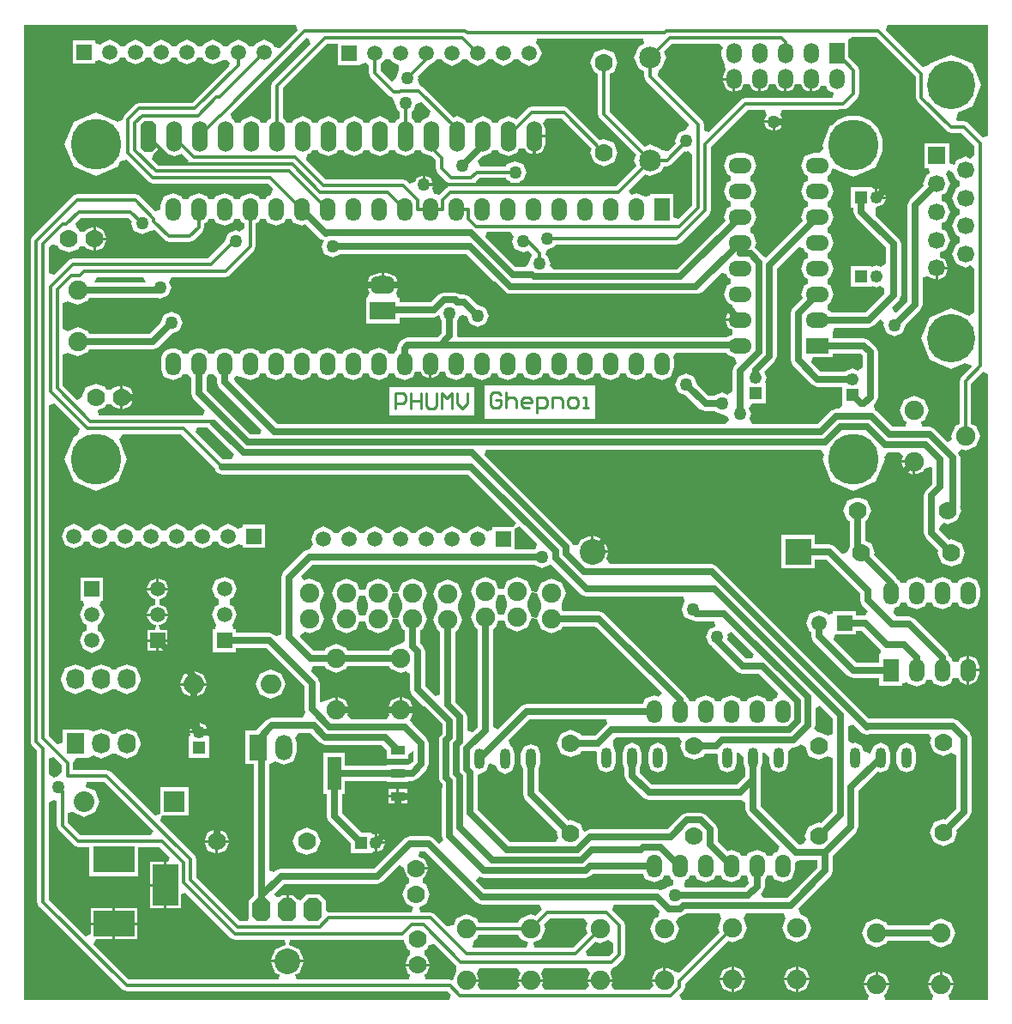
<source format=gtl>
G04 Layer_Physical_Order=1*
G04 Layer_Color=255*
%FSTAX24Y24*%
%MOIN*%
G70*
G01*
G75*
%ADD10R,0.0532X0.0374*%
%ADD11R,0.0532X0.1299*%
%ADD12C,0.0250*%
%ADD13C,0.0120*%
%ADD14C,0.0100*%
%ADD15R,0.0591X0.0591*%
%ADD16C,0.0591*%
%ADD17R,0.1000X0.0700*%
%ADD18O,0.1000X0.0700*%
%ADD19C,0.0700*%
%ADD20C,0.0750*%
%ADD21C,0.1969*%
%ADD22O,0.0600X0.1200*%
G04:AMPARAMS|DCode=23|XSize=120mil|YSize=60mil|CornerRadius=0mil|HoleSize=0mil|Usage=FLASHONLY|Rotation=90.000|XOffset=0mil|YOffset=0mil|HoleType=Round|Shape=Octagon|*
%AMOCTAGOND23*
4,1,8,0.0150,0.0600,-0.0150,0.0600,-0.0300,0.0450,-0.0300,-0.0450,-0.0150,-0.0600,0.0150,-0.0600,0.0300,-0.0450,0.0300,0.0450,0.0150,0.0600,0.0*
%
%ADD23OCTAGOND23*%

%ADD24R,0.0591X0.0591*%
%ADD25C,0.0492*%
%ADD26R,0.0492X0.0492*%
%ADD27R,0.0600X0.0900*%
%ADD28O,0.0600X0.0900*%
%ADD29O,0.0700X0.0800*%
%ADD30R,0.0700X0.0800*%
G04:AMPARAMS|DCode=31|XSize=70mil|YSize=90mil|CornerRadius=0mil|HoleSize=0mil|Usage=FLASHONLY|Rotation=180.000|XOffset=0mil|YOffset=0mil|HoleType=Round|Shape=Octagon|*
%AMOCTAGOND31*
4,1,8,0.0175,-0.0450,-0.0175,-0.0450,-0.0350,-0.0275,-0.0350,0.0275,-0.0175,0.0450,0.0175,0.0450,0.0350,0.0275,0.0350,-0.0275,0.0175,-0.0450,0.0*
%
%ADD31OCTAGOND31*%

%ADD32C,0.1000*%
%ADD33C,0.0800*%
%ADD34R,0.0800X0.0800*%
%ADD35R,0.1600X0.1000*%
%ADD36R,0.1000X0.1600*%
%ADD37R,0.1000X0.1000*%
%ADD38O,0.0650X0.1000*%
%ADD39R,0.0650X0.1000*%
%ADD40O,0.0800X0.0750*%
%ADD41R,0.0492X0.0492*%
%ADD42C,0.0850*%
%ADD43O,0.0591X0.0787*%
%ADD44R,0.0591X0.0787*%
%ADD45O,0.0400X0.0800*%
%ADD46C,0.1874*%
%ADD47R,0.0665X0.0665*%
%ADD48C,0.0665*%
%ADD49R,0.0900X0.0600*%
%ADD50O,0.0900X0.0600*%
%ADD51C,0.0500*%
G36*
X031594Y028238D02*
X031555Y028042D01*
X031494Y028017D01*
X03149Y028008D01*
X030745D01*
Y028804D01*
X030923Y028909D01*
X031594Y028238D01*
D02*
G37*
G36*
X013815Y032692D02*
X013768Y032456D01*
X013582Y032379D01*
X013222Y031511D01*
X013582Y030643D01*
X01445Y030283D01*
X015318Y030643D01*
X015678Y031511D01*
X01536Y032278D01*
X015481Y032478D01*
X017762D01*
X019069Y03117D01*
X01914Y031D01*
X01935Y030913D01*
X028919D01*
X030798Y029034D01*
X030693Y028856D01*
X029855D01*
Y028758D01*
X029655Y028718D01*
X029641Y028751D01*
X0293Y028893D01*
X028959Y028751D01*
X028908Y028628D01*
X028692D01*
X028641Y028751D01*
X0283Y028893D01*
X027959Y028751D01*
X027908Y028628D01*
X027692D01*
X027641Y028751D01*
X0273Y028893D01*
X026959Y028751D01*
X026908Y028628D01*
X026692D01*
X026641Y028751D01*
X0263Y028893D01*
X025959Y028751D01*
X025908Y028628D01*
X025692D01*
X025641Y028751D01*
X0253Y028893D01*
X024959Y028751D01*
X024908Y028628D01*
X024692D01*
X024641Y028751D01*
X0243Y028893D01*
X023959Y028751D01*
X023908Y028628D01*
X023692D01*
X023641Y028751D01*
X0233Y028893D01*
X022959Y028751D01*
X022818Y028411D01*
X022902Y028208D01*
X022768Y028008D01*
X02275D01*
X02254Y027921D01*
X02174Y027121D01*
X021652Y026911D01*
Y024712D01*
X021452Y024629D01*
X02141Y024671D01*
X0212Y024758D01*
X019895D01*
Y024906D01*
X019797D01*
X019757Y025106D01*
X019791Y02512D01*
X019932Y025461D01*
X019791Y025801D01*
X019668Y025852D01*
Y026069D01*
X019791Y02612D01*
X019932Y026461D01*
X019791Y026801D01*
X01945Y026943D01*
X019109Y026801D01*
X018968Y026461D01*
X019109Y02612D01*
X019232Y026069D01*
Y025852D01*
X019109Y025801D01*
X018968Y025461D01*
X019109Y02512D01*
X019143Y025106D01*
X019103Y024906D01*
X019005D01*
Y024015D01*
X019895D01*
Y024163D01*
X021077D01*
X022552Y022687D01*
Y021791D01*
X022607Y021658D01*
X022501Y021458D01*
X0213D01*
X02109Y021371D01*
X020679Y020961D01*
X020275D01*
Y019661D01*
X020602D01*
Y014563D01*
X0204Y014361D01*
Y013661D01*
X020366Y013578D01*
X020054D01*
X018357Y015275D01*
Y01596D01*
X018291Y01612D01*
X018291Y01612D01*
X01695Y017461D01*
X017033Y017661D01*
X017116Y017661D01*
X01805D01*
Y018761D01*
X01695D01*
Y017839D01*
X01695Y017744D01*
X01675Y017661D01*
X01504Y019371D01*
X014879Y019438D01*
X013577D01*
Y019714D01*
X013712Y019911D01*
X01415D01*
Y019911D01*
X01435Y019994D01*
X01465Y01987D01*
X015033Y020028D01*
X01505Y02007D01*
X01525D01*
X015267Y020028D01*
X01565Y01987D01*
X016033Y020028D01*
X016191Y020411D01*
Y020511D01*
X016033Y020893D01*
X01565Y021052D01*
X015267Y020893D01*
X01525Y020852D01*
X01505D01*
X015033Y020893D01*
X01465Y021052D01*
X01435Y020928D01*
X01415Y021011D01*
Y021011D01*
X01315D01*
Y020496D01*
X012965Y02042D01*
X012637Y020748D01*
Y033609D01*
X012822Y033685D01*
X013815Y032692D01*
D02*
G37*
G36*
X033574Y013483D02*
X033482Y013261D01*
X033554Y013086D01*
X033002Y012534D01*
X03149D01*
X03145Y012734D01*
X031752Y012859D01*
X031918Y013261D01*
X031846Y013435D01*
X032094Y013683D01*
X03344D01*
X033574Y013483D01*
D02*
G37*
G36*
X034573Y012718D02*
Y012355D01*
X034406Y012188D01*
X03356D01*
X033484Y012373D01*
X033875Y012765D01*
X03405Y012692D01*
X034373Y012826D01*
X034573Y012718D01*
D02*
G37*
G36*
X025036Y025909D02*
X025036Y025713D01*
X024921Y025435D01*
X024704D01*
X024589Y025713D01*
X024589Y025909D01*
X024704Y026186D01*
X024921D01*
X025036Y025909D01*
D02*
G37*
G36*
X030436Y025959D02*
X030436Y025763D01*
X030321Y025485D01*
X030104D01*
X029989Y025763D01*
X029989Y025959D01*
X030104Y026236D01*
X030321D01*
X030436Y025959D01*
D02*
G37*
G36*
X033328Y02625D02*
X033538Y026163D01*
X037295D01*
X037344Y025967D01*
X037217Y025661D01*
X037344Y025355D01*
X03765Y025228D01*
X037707Y025251D01*
X0378Y025213D01*
X038486D01*
X038526Y025013D01*
X038294Y024917D01*
X038167Y024611D01*
X038294Y024305D01*
X038382Y024268D01*
X03839Y02425D01*
X03939Y02325D01*
X0396Y023163D01*
X04024D01*
X040956Y022447D01*
X040917Y022251D01*
X040806Y022205D01*
X040758Y022091D01*
X040542D01*
X040494Y022205D01*
X04015Y022348D01*
X039806Y022205D01*
X039758Y022091D01*
X039542D01*
X039494Y022205D01*
X03915Y022348D01*
X038806Y022205D01*
X038758Y022091D01*
X038542D01*
X038494Y022205D01*
X03815Y022348D01*
X037806Y022205D01*
X037758Y022091D01*
X037542D01*
X037494Y022205D01*
X037416Y022238D01*
X03736Y022371D01*
X03421Y025521D01*
X034Y025608D01*
X032595D01*
X032552Y025713D01*
X032552Y025909D01*
X032718Y026311D01*
X032552Y026713D01*
X03215Y026879D01*
X031748Y026713D01*
X031591Y026332D01*
X031397Y026382D01*
X031239Y026763D01*
X030837Y026929D01*
X030436Y026763D01*
X030321Y026485D01*
X030104D01*
X029989Y026763D01*
X029587Y026929D01*
X029186Y026763D01*
X029019Y026361D01*
X029186Y025959D01*
X029186Y025763D01*
X029019Y025361D01*
X029186Y024959D01*
X02929Y024916D01*
Y021093D01*
X029082Y020886D01*
X028898Y020962D01*
Y021492D01*
X02881Y021703D01*
X028435Y022078D01*
Y024816D01*
X028539Y024859D01*
X028706Y025261D01*
X028539Y025663D01*
X028539Y025859D01*
X028706Y026261D01*
X028539Y026663D01*
X028137Y026829D01*
X027736Y026663D01*
X027569Y026261D01*
X027736Y025859D01*
X027736Y025663D01*
X027569Y025261D01*
X027736Y024859D01*
X02784Y024816D01*
Y022369D01*
X027655Y022292D01*
X027248Y0227D01*
Y02403D01*
X02716Y02424D01*
X027048Y024353D01*
Y024866D01*
X027152Y024909D01*
X027318Y025311D01*
X027152Y025713D01*
X027152Y025909D01*
X027318Y026311D01*
X027152Y026713D01*
X02675Y026879D01*
X026348Y026713D01*
X026191Y026332D01*
X025997D01*
X025839Y026713D01*
X025437Y026879D01*
X025036Y026713D01*
X024921Y026435D01*
X024704D01*
X024589Y026713D01*
X024187Y026879D01*
X023786Y026713D01*
X023619Y026311D01*
X023786Y025909D01*
X023786Y025713D01*
X023619Y025311D01*
X023786Y024909D01*
X024187Y024742D01*
X024589Y024909D01*
X024704Y025186D01*
X024921D01*
X025036Y024909D01*
X025437Y024742D01*
X025839Y024909D01*
X025997Y025289D01*
X026191D01*
X026348Y024909D01*
X026452Y024866D01*
Y024431D01*
X0263Y024329D01*
X025898Y024163D01*
X025855Y024058D01*
X024245D01*
X024202Y024163D01*
X0238Y024329D01*
X023398Y024163D01*
X023355Y024058D01*
X022923D01*
X022385Y024597D01*
X022394Y024673D01*
X022611Y0248D01*
X02275Y024742D01*
X023152Y024909D01*
X023318Y025311D01*
X023152Y025713D01*
X023152Y025909D01*
X023318Y026311D01*
X023152Y026713D01*
X02275Y026879D01*
X022532Y026788D01*
X022418Y026958D01*
X022873Y027413D01*
X03149D01*
X031494Y027405D01*
X0318Y027278D01*
X032106Y027405D01*
X032162Y027416D01*
X033328Y02625D01*
D02*
G37*
G36*
X041949Y039703D02*
X042006Y039566D01*
X04212Y039519D01*
Y039302D01*
X042006Y039255D01*
X041863Y038911D01*
X042006Y038566D01*
X04212Y038519D01*
Y038302D01*
X042006Y038255D01*
X041863Y037911D01*
X041926Y037758D01*
X04154Y037371D01*
X041452Y037161D01*
Y035361D01*
X04154Y03515D01*
X042294Y034395D01*
X042505Y034308D01*
X043454D01*
Y033619D01*
X043361Y033458D01*
X043221D01*
X043011Y033371D01*
X042499Y032858D01*
X039971D01*
X039849Y033058D01*
X039933Y033261D01*
X039845Y033474D01*
X03996Y033674D01*
X040496D01*
Y034466D01*
X040496D01*
X040466Y03451D01*
X040529Y034661D01*
X040432Y034893D01*
X040835Y035296D01*
X040923Y035507D01*
Y038912D01*
X041753Y039742D01*
X041949Y039703D01*
D02*
G37*
G36*
X036375Y013973D02*
X036328Y013737D01*
X036148Y013663D01*
X035982Y013261D01*
X036148Y012859D01*
X03655Y012692D01*
X036952Y012859D01*
X037118Y013261D01*
X037003Y013538D01*
X037137Y013738D01*
X037167D01*
X037378Y013825D01*
X037416Y013863D01*
X038687D01*
X038778Y013663D01*
X038632Y013311D01*
X038704Y013136D01*
X037122Y011555D01*
X036926Y011594D01*
X036914Y011624D01*
X0366Y011754D01*
Y011261D01*
X03655D01*
Y011211D01*
X036057D01*
X036115Y011069D01*
X036004Y010903D01*
X034596D01*
X034485Y011069D01*
X034543Y011211D01*
X033557D01*
X033615Y011069D01*
X033504Y010903D01*
X031896D01*
X031785Y011069D01*
X031843Y011211D01*
X030857D01*
X030915Y011069D01*
X030804Y010903D01*
X029396D01*
X029285Y011069D01*
X029343Y011211D01*
X02885D01*
Y011311D01*
X029343D01*
X029251Y011533D01*
X029366Y011733D01*
X030834D01*
X030949Y011533D01*
X030857Y011311D01*
X031843D01*
X031751Y011533D01*
X031866Y011733D01*
X033534D01*
X033649Y011533D01*
X033557Y011311D01*
X034543D01*
X034451Y011533D01*
X034465Y011588D01*
X034546Y011753D01*
X034661Y0118D01*
X034961Y0121D01*
X035027Y012261D01*
Y013411D01*
X034961Y013571D01*
X034519Y014013D01*
X034602Y014213D01*
X036134D01*
X036375Y013973D01*
D02*
G37*
G36*
X039006Y035566D02*
X039295Y035446D01*
X03937Y035239D01*
X03929Y035158D01*
X039202Y034948D01*
Y034132D01*
X039002Y03401D01*
X0388Y034094D01*
X038494Y033967D01*
X03849Y033958D01*
X038273D01*
X037829Y034402D01*
X037833Y034411D01*
X037706Y034717D01*
X0374Y034844D01*
X037094Y034717D01*
X036967Y034411D01*
X037094Y034105D01*
X0374Y033978D01*
X037408Y033981D01*
X03794Y03345D01*
X03815Y033363D01*
X03849D01*
X038494Y033355D01*
X0388Y033228D01*
X038839Y033244D01*
X039032Y03315D01*
X039065Y033044D01*
X038934Y032858D01*
X021523D01*
X019856Y034525D01*
X019819Y03464D01*
X019881Y034737D01*
X020105Y034718D01*
X020106Y034716D01*
X02045Y034574D01*
X020794Y034716D01*
X020842Y034831D01*
X021058D01*
X021106Y034716D01*
X02145Y034574D01*
X021794Y034716D01*
X021842Y034831D01*
X022058D01*
X022106Y034716D01*
X02245Y034574D01*
X022794Y034716D01*
X022842Y034831D01*
X023058D01*
X023106Y034716D01*
X02345Y034574D01*
X023794Y034716D01*
X023842Y034831D01*
X024058D01*
X024106Y034716D01*
X02445Y034574D01*
X024794Y034716D01*
X024842Y034831D01*
X025058D01*
X025106Y034716D01*
X02545Y034574D01*
X025794Y034716D01*
X025842Y034831D01*
X026058D01*
X026106Y034716D01*
X02645Y034574D01*
X026794Y034716D01*
X026869Y034896D01*
X027085D01*
X027144Y034755D01*
X0274Y034648D01*
Y035211D01*
X0275D01*
Y034648D01*
X027756Y034755D01*
X027815Y034896D01*
X028031D01*
X028106Y034716D01*
X02845Y034574D01*
X028794Y034716D01*
X028842Y034831D01*
X029058D01*
X029106Y034716D01*
X02945Y034574D01*
X029794Y034716D01*
X029842Y034831D01*
X030058D01*
X030106Y034716D01*
X03045Y034574D01*
X030794Y034716D01*
X030842Y034831D01*
X031058D01*
X031106Y034716D01*
X03145Y034574D01*
X031794Y034716D01*
X031842Y034831D01*
X032058D01*
X032106Y034716D01*
X03245Y034574D01*
X032794Y034716D01*
X032842Y034831D01*
X033058D01*
X033106Y034716D01*
X03345Y034574D01*
X033794Y034716D01*
X033842Y034831D01*
X034058D01*
X034106Y034716D01*
X03445Y034574D01*
X034794Y034716D01*
X034842Y034831D01*
X035058D01*
X035106Y034716D01*
X03545Y034574D01*
X035794Y034716D01*
X035842Y034831D01*
X036058D01*
X036106Y034716D01*
X03645Y034574D01*
X036794Y034716D01*
X036937Y035061D01*
Y035361D01*
X036891Y035472D01*
X037002Y035638D01*
X038976D01*
X039006Y035566D01*
D02*
G37*
G36*
X019101Y034726D02*
X019106Y034716D01*
X019113Y034713D01*
X019152Y03467D01*
Y034511D01*
X01924Y0343D01*
X020897Y032643D01*
X02082Y032458D01*
X020473D01*
X018748Y034184D01*
Y034697D01*
X018794Y034716D01*
X018826Y034791D01*
X019027Y03481D01*
X019101Y034726D01*
D02*
G37*
G36*
X030948Y012859D02*
X03125Y012734D01*
X03121Y012534D01*
X029136D01*
X029104Y012581D01*
X029179Y012829D01*
X029252Y012859D01*
X029324Y013033D01*
X030876D01*
X030948Y012859D01*
D02*
G37*
G36*
X018824Y0327D02*
X019816Y031708D01*
X019733Y031508D01*
X019374D01*
X018319Y032563D01*
X018396Y032748D01*
X018804D01*
X018824Y0327D01*
D02*
G37*
G36*
X049134Y034815D02*
Y010516D01*
X047629D01*
X04759Y010716D01*
X047664Y010747D01*
X047793Y011061D01*
X046807D01*
X046936Y010747D01*
X04701Y010716D01*
X046971Y010516D01*
X045129D01*
X04509Y010716D01*
X045164Y010747D01*
X045293Y011061D01*
X044307D01*
X044436Y010747D01*
X04451Y010716D01*
X044471Y010516D01*
X037216D01*
X037139Y010701D01*
X037296Y010858D01*
X037362Y011018D01*
Y011152D01*
X039025Y012815D01*
X0392Y012742D01*
X039602Y012909D01*
X039768Y013311D01*
X039622Y013663D01*
X039713Y013863D01*
X041187D01*
X041278Y013663D01*
X041132Y013311D01*
X041298Y012909D01*
X0417Y012742D01*
X042102Y012909D01*
X042268Y013311D01*
X042102Y013713D01*
X041822Y013829D01*
X041774Y014064D01*
X043019Y015309D01*
X043107Y01552D01*
Y016112D01*
X04401Y017016D01*
X044098Y017227D01*
Y018637D01*
X044838Y019378D01*
X04495Y019332D01*
X045218Y019443D01*
X045329Y019711D01*
Y020111D01*
X045218Y020379D01*
X04495Y02049D01*
X044682Y020379D01*
X044571Y020111D01*
Y020109D01*
X044529Y020081D01*
X044476Y020089D01*
X044304Y020171D01*
X044218Y020379D01*
X04395Y02049D01*
X043864Y020454D01*
X043698Y020565D01*
Y021141D01*
X043882Y021218D01*
X044215Y020885D01*
X044425Y020798D01*
X044521Y020838D01*
X046814D01*
X046926Y020672D01*
X046859Y020511D01*
X047017Y020128D01*
X0474Y01997D01*
X047702Y020095D01*
X047902Y019986D01*
Y017934D01*
X047485Y017517D01*
X0474Y017552D01*
X047017Y017393D01*
X046859Y017011D01*
X047017Y016628D01*
X0474Y01647D01*
X047783Y016628D01*
X047941Y017011D01*
X047906Y017096D01*
X04841Y0176D01*
X048498Y017811D01*
Y020711D01*
X04841Y020921D01*
X047985Y021346D01*
X047775Y021433D01*
X044509D01*
X038596Y027346D01*
X038385Y027433D01*
X034418D01*
X034285Y027633D01*
X034379Y027861D01*
X03375D01*
Y027911D01*
X0337D01*
Y028539D01*
X033291Y02837D01*
X033207Y028169D01*
X032991Y02817D01*
X032935Y028304D01*
X029562Y031678D01*
X029638Y031863D01*
X042615D01*
X042748Y031663D01*
X042681Y031501D01*
X043041Y030633D01*
X043909Y030273D01*
X044777Y030633D01*
X045136Y031501D01*
X045107Y031573D01*
X045244Y031763D01*
X045702D01*
X045813Y031597D01*
X045757Y031461D01*
X04625D01*
Y031411D01*
X0463D01*
Y030917D01*
X046614Y031047D01*
X046655Y031146D01*
X046898Y031211D01*
X046952Y031169D01*
Y030543D01*
X046715Y030305D01*
X046627Y030095D01*
Y028636D01*
X046715Y028425D01*
X047194Y027946D01*
X047159Y027861D01*
X047317Y027478D01*
X0477Y02732D01*
X048083Y027478D01*
X048241Y027861D01*
X048083Y028243D01*
X0477Y028402D01*
X047615Y028367D01*
X047241Y02874D01*
X047252Y028912D01*
X047423Y029022D01*
X04755Y02897D01*
X047933Y029128D01*
X048091Y029511D01*
X048028Y029663D01*
X048048Y029711D01*
Y031561D01*
X047973Y031741D01*
X048032Y031835D01*
X048106Y031902D01*
X04825Y031842D01*
X048652Y032009D01*
X048818Y032411D01*
X048652Y032813D01*
X048477Y032885D01*
Y034442D01*
X048934Y034898D01*
X049134Y034815D01*
D02*
G37*
G36*
X031591Y026289D02*
X031748Y025909D01*
X031748Y025713D01*
X031591Y025332D01*
X031397Y025382D01*
X031239Y025763D01*
X031239Y025959D01*
X031397Y026339D01*
X031591Y026289D01*
D02*
G37*
G36*
X016685Y017083D02*
X016609Y016898D01*
X013854D01*
X013377Y017375D01*
Y017754D01*
X013577Y017794D01*
X013579Y01779D01*
X014Y017615D01*
X014421Y01779D01*
X014595Y018211D01*
X014421Y018632D01*
X014055Y018783D01*
X014094Y018983D01*
X014785D01*
X016685Y017083D01*
D02*
G37*
G36*
X025898Y023359D02*
X0263Y023192D01*
X026486Y02327D01*
X026652Y023158D01*
Y022576D01*
X02674Y022366D01*
X027902Y021203D01*
Y020837D01*
X027865Y020799D01*
X027777Y020589D01*
Y019133D01*
X027865Y018922D01*
X027902Y018884D01*
Y016861D01*
X027972Y016692D01*
X027802Y016579D01*
X02761Y016771D01*
X0274Y016858D01*
X02665D01*
X02644Y016771D01*
X025277Y015608D01*
X02165D01*
X02144Y015521D01*
X021382Y015464D01*
X021198Y015541D01*
Y019661D01*
X021225D01*
Y019672D01*
X021425Y019756D01*
X02175Y019622D01*
X022114Y019772D01*
X022264Y020136D01*
Y020486D01*
X022191Y020663D01*
X022324Y020863D01*
X022792D01*
X023155Y0205D01*
X023365Y020413D01*
X025559D01*
X025765Y020207D01*
Y019875D01*
X026596D01*
Y020049D01*
X026796Y020156D01*
X026802Y020151D01*
Y019784D01*
X026758Y01974D01*
X026596Y019648D01*
X025765D01*
Y019608D01*
X024135D01*
Y02011D01*
X023304D01*
Y018511D01*
X023422D01*
Y017641D01*
X023509Y017431D01*
X024354Y016586D01*
Y016215D01*
X025146D01*
Y016215D01*
X02524Y016278D01*
X025291Y016257D01*
Y016611D01*
Y016965D01*
X02524Y016944D01*
X025146Y017007D01*
Y017007D01*
X024775D01*
X024017Y017764D01*
Y018511D01*
X024135D01*
Y019013D01*
X025765D01*
Y018974D01*
X026596D01*
Y019013D01*
X02675D01*
X02696Y0191D01*
X02731Y01945D01*
X027398Y019661D01*
Y020461D01*
X02731Y020671D01*
X026755Y021227D01*
X026675Y021376D01*
X026713Y021516D01*
X026793Y021711D01*
X025807D01*
X025863Y021575D01*
X025752Y021408D01*
X024348D01*
X024237Y021575D01*
X024293Y021711D01*
X0238D01*
Y021761D01*
X02375D01*
Y022254D01*
X023436Y022124D01*
X023436Y022122D01*
X023194Y022062D01*
X023148Y0221D01*
Y022811D01*
X02306Y023021D01*
X022819Y023263D01*
X022901Y023463D01*
X023355D01*
X023398Y023359D01*
X0238Y023192D01*
X024202Y023359D01*
X024245Y023463D01*
X025855D01*
X025898Y023359D01*
D02*
G37*
G36*
X035806Y015216D02*
X03615Y015074D01*
X036494Y015216D01*
X036542Y015331D01*
X036758D01*
X036806Y015216D01*
X036897Y015178D01*
X036885Y014967D01*
X036644Y014867D01*
X036626Y014824D01*
X036382Y014757D01*
X036258Y014808D01*
X029573D01*
X029243Y015138D01*
X029357Y015308D01*
X029525Y015238D01*
X03349D01*
X033701Y015325D01*
X033789Y015413D01*
X035724D01*
X035806Y015216D01*
D02*
G37*
G36*
X034333Y021213D02*
X034293Y021196D01*
X033855Y020758D01*
X033318D01*
X033283Y020843D01*
X0329Y021002D01*
X032517Y020843D01*
X032359Y020461D01*
X032517Y020078D01*
X0329Y01992D01*
X033283Y020078D01*
X033318Y020163D01*
X033886D01*
X033921Y020111D01*
Y019711D01*
X034032Y019443D01*
X0343Y019332D01*
X034568Y019443D01*
X034679Y019711D01*
Y020111D01*
X034568Y020379D01*
X034562Y020568D01*
X034667Y020688D01*
X037114D01*
X037226Y020522D01*
X037159Y020361D01*
X037317Y019978D01*
X0377Y01982D01*
X038083Y019978D01*
X038118Y020063D01*
X038578D01*
X038621Y020034D01*
Y019711D01*
X038732Y019443D01*
X039Y019332D01*
X039268Y019443D01*
X039379Y019711D01*
Y020111D01*
X039441Y020117D01*
X039621Y01993D01*
Y019711D01*
X039702Y019515D01*
Y019184D01*
X039377Y018858D01*
X036073D01*
X035598Y019334D01*
Y019515D01*
X035679Y019711D01*
Y020111D01*
X035568Y020379D01*
X0353Y02049D01*
X035032Y020379D01*
X034921Y020111D01*
Y019711D01*
X035002Y019515D01*
Y019211D01*
X03509Y019D01*
X03574Y01835D01*
X03595Y018263D01*
X0395D01*
X039536Y018278D01*
X039702Y018167D01*
Y017911D01*
X03979Y0177D01*
X041017Y016473D01*
X040978Y016277D01*
X040806Y016205D01*
X040758Y016091D01*
X040542D01*
X040494Y016205D01*
X04015Y016348D01*
X039806Y016205D01*
X039758Y016091D01*
X039542D01*
X039494Y016205D01*
X03915Y016348D01*
X038997Y016284D01*
X038623Y016659D01*
Y01712D01*
X038535Y01733D01*
X038169Y017696D01*
X037959Y017783D01*
X037441D01*
X037231Y017696D01*
X036668Y017133D01*
X033659D01*
X033448Y017046D01*
X033402Y017055D01*
X033283Y017343D01*
X0329Y017502D01*
X032815Y017467D01*
X031648Y018634D01*
Y019465D01*
X031729Y019661D01*
Y020061D01*
X031618Y020329D01*
X03135Y02044D01*
X031082Y020329D01*
X030971Y020061D01*
Y019661D01*
X031052Y019465D01*
Y018511D01*
X03114Y0183D01*
X032394Y017046D01*
X032359Y016961D01*
X032426Y0168D01*
X032314Y016633D01*
X030548D01*
X029298Y017884D01*
Y019247D01*
X02935Y019282D01*
X029618Y019393D01*
X029729Y019661D01*
Y019662D01*
X029771Y01969D01*
X029824Y019682D01*
X029996Y0196D01*
X030082Y019393D01*
X03035Y019282D01*
X030618Y019393D01*
X030729Y019661D01*
Y020061D01*
X030618Y020329D01*
X03055Y020357D01*
X030503Y020593D01*
X031323Y021413D01*
X034294D01*
X034333Y021213D01*
D02*
G37*
G36*
X042016Y020344D02*
X042167Y019978D01*
X04255Y01982D01*
X042902Y019965D01*
X043102Y019886D01*
Y017834D01*
X042635Y017367D01*
X04255Y017402D01*
X042167Y017243D01*
X042009Y016861D01*
X042061Y016734D01*
X041951Y016563D01*
X04178Y016552D01*
X040298Y018034D01*
Y019061D01*
Y019515D01*
X040379Y019711D01*
Y020111D01*
X040441Y020117D01*
X040621Y01993D01*
Y019711D01*
X040732Y019443D01*
X041Y019332D01*
X041268Y019443D01*
X041379Y019711D01*
Y020111D01*
X041374Y020122D01*
X041485Y020288D01*
X041554D01*
X041764Y020375D01*
X041824Y020435D01*
X042016Y020344D01*
D02*
G37*
G36*
X013123Y01962D02*
Y019359D01*
X013Y019194D01*
X012827Y019122D01*
X012627Y019256D01*
Y019854D01*
X012812Y01993D01*
X013123Y01962D01*
D02*
G37*
G36*
X043102Y021432D02*
Y020835D01*
X042902Y020756D01*
X04255Y020902D01*
X04253Y020894D01*
X042377Y021047D01*
X042423Y021157D01*
Y02185D01*
X042607Y021927D01*
X043102Y021432D01*
D02*
G37*
G36*
X02924Y0143D02*
X02945Y014213D01*
X031698D01*
X031781Y014013D01*
X031525Y013757D01*
X03135Y013829D01*
X030948Y013663D01*
X030876Y013488D01*
X029324D01*
X029252Y013663D01*
X02885Y013829D01*
X028448Y013663D01*
X028347Y013418D01*
X028111Y013371D01*
X027631Y013851D01*
X02747Y013918D01*
X027057D01*
X027017Y014118D01*
X027283Y014228D01*
X027441Y014611D01*
X027283Y014993D01*
X027176Y015038D01*
Y015238D01*
X027244Y015266D01*
X027366Y015561D01*
X0269D01*
Y015661D01*
X027366D01*
X027244Y015955D01*
X026984Y016063D01*
X027024Y016263D01*
X027277D01*
X02924Y0143D01*
D02*
G37*
G36*
X031591Y025289D02*
X031748Y024909D01*
X03215Y024742D01*
X032552Y024909D01*
X032595Y025013D01*
X033877D01*
X03645Y02244D01*
X036336Y022271D01*
X03615Y022348D01*
X035806Y022205D01*
X035724Y022008D01*
X0312D01*
X03099Y021921D01*
X030085Y021017D01*
X029885Y0211D01*
Y024916D01*
X029989Y024959D01*
X030104Y025236D01*
X030321D01*
X030436Y024959D01*
X030837Y024792D01*
X031239Y024959D01*
X031397Y025339D01*
X031591Y025289D01*
D02*
G37*
G36*
X026348Y025909D02*
X026348Y025713D01*
X026191Y025332D01*
X025997D01*
X025839Y025713D01*
X025839Y025909D01*
X025997Y026289D01*
X026191D01*
X026348Y025909D01*
D02*
G37*
G36*
X026419Y015626D02*
X026413Y015611D01*
X026556Y015266D01*
X026624Y015238D01*
Y015038D01*
X026517Y014993D01*
X026359Y014611D01*
X026517Y014228D01*
X026783Y014118D01*
X026743Y013918D01*
X023502D01*
X0234Y013986D01*
Y014361D01*
X02315Y014611D01*
X02265D01*
X022499Y014459D01*
X022388Y014367D01*
X022237Y014449D01*
X022125Y014561D01*
X02195D01*
Y014011D01*
X02185D01*
Y014561D01*
X021675D01*
X021601Y014487D01*
X021485Y01451D01*
X021391Y014583D01*
X021387Y014626D01*
X021773Y015013D01*
X0254D01*
X02561Y0151D01*
X02625Y01574D01*
X026419Y015626D01*
D02*
G37*
G36*
X042511Y015643D02*
X041327Y014458D01*
X04038D01*
X040303Y014643D01*
X04036Y0147D01*
X040448Y014911D01*
Y015197D01*
X040494Y015216D01*
X040542Y015331D01*
X040758D01*
X040806Y015216D01*
X04115Y015074D01*
X041494Y015216D01*
X041637Y015561D01*
Y015753D01*
X041661Y015871D01*
X041822Y015938D01*
X042511D01*
Y015643D01*
D02*
G37*
G36*
X039806Y015216D02*
X039808Y015215D01*
X03983Y015012D01*
X039677Y014858D01*
X037393D01*
X037322Y014929D01*
X037369Y015164D01*
X037494Y015216D01*
X037542Y015331D01*
X037758D01*
X037806Y015216D01*
X03815Y015074D01*
X038494Y015216D01*
X038542Y015331D01*
X038758D01*
X038806Y015216D01*
X03915Y015074D01*
X039494Y015216D01*
X039542Y015331D01*
X039758D01*
X039806Y015216D01*
D02*
G37*
G36*
X040025Y023943D02*
X039949Y023758D01*
X039723D01*
X03899Y024492D01*
X038992Y024512D01*
X039033Y024611D01*
X039008Y024672D01*
X039009Y024686D01*
X039173Y024796D01*
X040025Y023943D01*
D02*
G37*
G36*
X044252Y035537D02*
Y035071D01*
X044052Y034951D01*
X04385Y035035D01*
X043547Y034909D01*
X043545Y034904D01*
X042628D01*
X042256Y035276D01*
X042332Y035461D01*
X0431D01*
Y035613D01*
X044177D01*
X044252Y035537D01*
D02*
G37*
G36*
X027143Y043396D02*
X027487Y043253D01*
X027514Y043264D01*
X027673Y043106D01*
Y0428D01*
X027739Y042639D01*
X028099Y042279D01*
X028127Y042268D01*
Y042052D01*
X028078Y042031D01*
X027799Y041753D01*
X027666Y041786D01*
X027602Y041817D01*
X027526Y042033D01*
X027558Y042111D01*
X0272D01*
Y042161D01*
X02715D01*
Y042519D01*
X026932Y042429D01*
X026866Y04227D01*
X026636Y042217D01*
X026552Y042301D01*
X026391Y042368D01*
X023378D01*
X022618Y043127D01*
X022657Y043324D01*
X022832Y043396D01*
X022879Y04351D01*
X023096D01*
X023143Y043396D01*
X023487Y043253D01*
X023832Y043396D01*
X023879Y04351D01*
X024096D01*
X024143Y043396D01*
X024487Y043253D01*
X024832Y043396D01*
X024879Y04351D01*
X025096D01*
X025143Y043396D01*
X025487Y043253D01*
X025832Y043396D01*
X025879Y04351D01*
X026096D01*
X026143Y043396D01*
X026487Y043253D01*
X026832Y043396D01*
X026879Y04351D01*
X027096D01*
X027143Y043396D01*
D02*
G37*
G36*
X035759Y047633D02*
X03556Y047551D01*
X035378Y047111D01*
X03556Y046671D01*
X035773Y046582D01*
Y046361D01*
X035839Y0462D01*
X037506Y044533D01*
X0375Y044469D01*
X0374Y044294D01*
X037094Y044167D01*
X036967Y043861D01*
X037Y043782D01*
X036689Y043472D01*
X036453Y043518D01*
X03644Y043551D01*
X036Y043733D01*
X035787Y043645D01*
X034427Y045005D01*
Y046464D01*
X034583Y046528D01*
X034741Y046911D01*
X034583Y047293D01*
X0342Y047452D01*
X033817Y047293D01*
X033659Y046911D01*
X033817Y046528D01*
X033973Y046464D01*
Y044911D01*
X034039Y04475D01*
X035466Y043323D01*
X035378Y043111D01*
X035466Y042898D01*
X034666Y042098D01*
X030985D01*
X030945Y042298D01*
X031056Y042344D01*
X031183Y04265D01*
X031056Y042956D01*
X03075Y043083D01*
X030444Y042956D01*
X030411Y042877D01*
X029381D01*
X029298Y043077D01*
X029478Y043257D01*
X029487Y043253D01*
X029832Y043396D01*
X029879Y04351D01*
X030096D01*
X030143Y043396D01*
X030487Y043253D01*
X030832Y043396D01*
X030906Y043575D01*
X031123D01*
X031181Y043434D01*
X031437Y043328D01*
Y04404D01*
X031487D01*
Y04409D01*
X03192D01*
Y04434D01*
X03184Y044533D01*
X031968Y044733D01*
X032556D01*
X033723Y043566D01*
X033659Y043411D01*
X033817Y043028D01*
X0342Y04287D01*
X034583Y043028D01*
X034741Y043411D01*
X034583Y043793D01*
X0342Y043952D01*
X034045Y043888D01*
X032811Y045121D01*
X03265Y045188D01*
X031387D01*
X031226Y045121D01*
X030802Y044697D01*
X030487Y044827D01*
X030143Y044685D01*
X030096Y04457D01*
X029879D01*
X029832Y044685D01*
X029487Y044827D01*
X029143Y044685D01*
X029096Y04457D01*
X028879D01*
X028832Y044685D01*
X028487Y044827D01*
X028358Y044774D01*
X027161Y045971D01*
X027077Y046006D01*
X026951Y046222D01*
X026983Y0463D01*
X02695Y046379D01*
X027386Y046814D01*
X027641Y04692D01*
X027692Y047043D01*
X027908D01*
X027959Y04692D01*
X0283Y046779D01*
X028641Y04692D01*
X028692Y047043D01*
X028908D01*
X028959Y04692D01*
X0293Y046779D01*
X029641Y04692D01*
X029692Y047043D01*
X029908D01*
X029959Y04692D01*
X0303Y046779D01*
X030641Y04692D01*
X030692Y047043D01*
X030908D01*
X030959Y04692D01*
X0313Y046779D01*
X031641Y04692D01*
X031782Y047261D01*
X031641Y047601D01*
X031564Y047633D01*
X031604Y047833D01*
X03572D01*
X035759Y047633D01*
D02*
G37*
G36*
X049134Y044081D02*
X048934Y043999D01*
X048361Y044571D01*
X0482Y044638D01*
X047951D01*
X047889Y044714D01*
X047952Y044957D01*
X048523Y045193D01*
X048868Y046025D01*
X048523Y046857D01*
X047691Y047202D01*
X046859Y046857D01*
X046829Y046786D01*
X046593Y046739D01*
X045149Y048184D01*
X045231Y048384D01*
X049134D01*
Y044081D01*
D02*
G37*
G36*
X030444Y042344D02*
X030555Y042298D01*
X030515Y042098D01*
X029289D01*
X029229Y042275D01*
X029365Y042423D01*
X030411D01*
X030444Y042344D01*
D02*
G37*
G36*
X0374Y043428D02*
X037466Y043455D01*
X037633Y043344D01*
Y041365D01*
X0371Y040832D01*
X0369Y040909D01*
Y041811D01*
X036D01*
Y041731D01*
X0358Y041692D01*
X035794Y041705D01*
X03545Y041848D01*
X035265Y041771D01*
X035151Y041941D01*
X035787Y042576D01*
X036Y042488D01*
X03644Y042671D01*
X036528Y042883D01*
X03665D01*
X036811Y04295D01*
X037321Y04346D01*
X0374Y043428D01*
D02*
G37*
G36*
X017143Y043396D02*
X017487Y043253D01*
X017802Y043383D01*
X018067Y043118D01*
X017999Y042918D01*
X016885D01*
X016644Y043158D01*
X016697Y04335D01*
X016873Y043526D01*
X017085Y043535D01*
X017143Y043396D01*
D02*
G37*
G36*
X038813Y047467D02*
X038768Y047359D01*
Y047162D01*
X038909Y046821D01*
X038922Y0466D01*
X038822Y046359D01*
Y046311D01*
X03925D01*
Y046261D01*
X0393D01*
Y045755D01*
X039553Y04586D01*
X039642Y046075D01*
X039858D01*
X039947Y04586D01*
X0402Y045755D01*
Y046261D01*
X0403D01*
Y045755D01*
X040553Y04586D01*
X040642Y046075D01*
X040858D01*
X040947Y04586D01*
X0412Y045755D01*
Y046261D01*
X0413D01*
Y045755D01*
X041553Y04586D01*
X041642Y046075D01*
X041858D01*
X041947Y04586D01*
X0422Y045755D01*
Y046261D01*
X0423D01*
Y045755D01*
X042553Y04586D01*
X042615Y04601D01*
X042831D01*
X042909Y045821D01*
X043137Y045727D01*
X043097Y045527D01*
X039689D01*
X039528Y045461D01*
X038272Y044204D01*
X038087Y044281D01*
Y044501D01*
X038021Y044661D01*
X036284Y046398D01*
X036315Y046619D01*
X03644Y046671D01*
X036622Y047111D01*
X036534Y047323D01*
X036844Y047633D01*
X038702D01*
X038813Y047467D01*
D02*
G37*
G36*
X046317Y046373D02*
Y04555D01*
X046383Y045389D01*
X047523Y04425D01*
X047523Y04425D01*
X047683Y044183D01*
X047683Y044183D01*
X048106D01*
X048611Y043679D01*
Y043295D01*
X048444Y043184D01*
X04825Y043264D01*
X047881Y043111D01*
X047815Y042952D01*
X047615Y042992D01*
Y04377D01*
X046649D01*
Y042804D01*
X046815D01*
X046855Y042604D01*
X046762Y042566D01*
X046609Y042197D01*
X046639Y042125D01*
X04609Y041575D01*
X046002Y041365D01*
Y037634D01*
X045562Y037193D01*
X045486Y037193D01*
X045403Y037392D01*
X04566Y03765D01*
X045748Y037861D01*
Y039861D01*
X04566Y040071D01*
X044749Y040982D01*
X044748Y041242D01*
X044795Y041286D01*
X04506Y041396D01*
X045149Y041611D01*
X044795D01*
Y041661D01*
X044745D01*
Y042015D01*
X044695Y041994D01*
X044601Y042057D01*
Y042057D01*
X043809D01*
Y041265D01*
X043907D01*
Y041106D01*
X043994Y040895D01*
X045152Y039737D01*
Y039108D01*
X044952Y038974D01*
X044795Y039039D01*
X044645Y038977D01*
X044601Y039007D01*
Y039007D01*
X043809D01*
Y038215D01*
X044601D01*
Y038215D01*
X044645Y038244D01*
X044795Y038182D01*
X044918Y038233D01*
X04509Y038123D01*
X045103Y037935D01*
X044377Y037208D01*
X043014D01*
X042994Y037255D01*
X04288Y037302D01*
Y037519D01*
X042994Y037566D01*
X043137Y037911D01*
X042994Y038255D01*
X04288Y038302D01*
Y038519D01*
X042994Y038566D01*
X043137Y038911D01*
X042994Y039255D01*
X04288Y039302D01*
Y039519D01*
X042994Y039566D01*
X043137Y039911D01*
X042994Y040255D01*
X04288Y040302D01*
Y040519D01*
X042994Y040566D01*
X043137Y040911D01*
X042994Y041255D01*
X04288Y041302D01*
Y041519D01*
X042994Y041566D01*
X043137Y041911D01*
X042994Y042255D01*
X04288Y042302D01*
Y042519D01*
X042994Y042566D01*
X043097Y042814D01*
X043909Y042478D01*
X044777Y042837D01*
X045136Y043706D01*
X044777Y044574D01*
X043909Y044933D01*
X043041Y044574D01*
X042681Y043706D01*
X042741Y04356D01*
X042592Y043398D01*
X04235D01*
X042006Y043255D01*
X041863Y042911D01*
X042006Y042566D01*
X04212Y042519D01*
Y042302D01*
X042006Y042255D01*
X041863Y041911D01*
X042006Y041566D01*
X04212Y041519D01*
Y041302D01*
X042006Y041255D01*
X041863Y040911D01*
X041926Y040758D01*
X040512Y039344D01*
X040435Y039359D01*
X040099Y039696D01*
X040056Y039714D01*
X040137Y039911D01*
X039994Y040255D01*
X03988Y040302D01*
Y040519D01*
X039994Y040566D01*
X040137Y040911D01*
X039994Y041255D01*
X03988Y041302D01*
Y041519D01*
X039994Y041566D01*
X040137Y041911D01*
X039994Y042255D01*
X03988Y042302D01*
Y042519D01*
X039994Y042566D01*
X040137Y042911D01*
X039994Y043255D01*
X03965Y043398D01*
X03935D01*
X039006Y043255D01*
X038863Y042911D01*
X039006Y042566D01*
X03912Y042519D01*
Y042302D01*
X039006Y042255D01*
X038863Y041911D01*
X039006Y041566D01*
X03912Y041519D01*
Y041302D01*
X039006Y041255D01*
X038863Y040911D01*
X038926Y040758D01*
X037052Y038883D01*
X032219D01*
X032108Y03905D01*
X032133Y039111D01*
X032006Y039417D01*
X031943Y039443D01*
X03201Y039632D01*
X032306Y039755D01*
X032339Y039833D01*
X037032D01*
X037193Y0399D01*
X038291Y040998D01*
X038357Y041159D01*
Y043647D01*
X039783Y045073D01*
X040478D01*
X040532Y044879D01*
X040442Y044661D01*
X041158D01*
X041068Y044879D01*
X041122Y045073D01*
X043489D01*
X04365Y045139D01*
X044061Y04555D01*
X044127Y045711D01*
Y046611D01*
X044061Y046771D01*
X043695Y047137D01*
Y047804D01*
X043853Y047907D01*
X044782D01*
X046317Y046373D01*
D02*
G37*
G36*
X025959Y04692D02*
X026219Y046812D01*
X026243Y046617D01*
X026239Y046594D01*
X026117Y0463D01*
X026118Y046297D01*
X025949Y046183D01*
X025527Y046605D01*
Y046873D01*
X025641Y04692D01*
X025692Y047043D01*
X025908D01*
X025959Y04692D01*
D02*
G37*
G36*
X022301Y048184D02*
X021594Y047476D01*
X021397Y047515D01*
X021341Y047651D01*
X021Y047793D01*
X020659Y047651D01*
X020608Y047528D01*
X020392D01*
X020341Y047651D01*
X02Y047793D01*
X019659Y047651D01*
X019608Y047528D01*
X019392D01*
X019341Y047651D01*
X019Y047793D01*
X018659Y047651D01*
X018608Y047528D01*
X018392D01*
X018341Y047651D01*
X018Y047793D01*
X017659Y047651D01*
X017608Y047528D01*
X017392D01*
X017341Y047651D01*
X017Y047793D01*
X016659Y047651D01*
X016608Y047528D01*
X016392D01*
X016341Y047651D01*
X016Y047793D01*
X015659Y047651D01*
X015608Y047528D01*
X015392D01*
X015341Y047651D01*
X015Y047793D01*
X014659Y047651D01*
X014645Y047618D01*
X014445Y047658D01*
Y047756D01*
X013555D01*
Y046865D01*
X014445D01*
Y046964D01*
X014645Y047004D01*
X014659Y04697D01*
X015Y046829D01*
X015341Y04697D01*
X015392Y047093D01*
X015608D01*
X015659Y04697D01*
X016Y046829D01*
X016341Y04697D01*
X016392Y047093D01*
X016608D01*
X016659Y04697D01*
X017Y046829D01*
X017341Y04697D01*
X017392Y047093D01*
X017608D01*
X017659Y04697D01*
X018Y046829D01*
X018341Y04697D01*
X018392Y047093D01*
X018608D01*
X018659Y04697D01*
X019Y046829D01*
X019341Y04697D01*
X019351Y046994D01*
X019575Y047014D01*
X019652Y046911D01*
X019634Y046764D01*
X018218Y045348D01*
X016139D01*
X015978Y045281D01*
X015547Y04485D01*
X015481Y044692D01*
X015468Y044684D01*
X01528Y044609D01*
X01445Y044953D01*
X013582Y044593D01*
X013222Y043725D01*
X013582Y042857D01*
X01445Y042498D01*
X015318Y042857D01*
X015412Y043083D01*
X015648Y04313D01*
X016518Y042259D01*
X016518Y042259D01*
X016679Y042193D01*
X016679Y042193D01*
X021146D01*
X021326Y042013D01*
X021279Y041777D01*
X021106Y041705D01*
X021058Y041591D01*
X020842D01*
X020794Y041705D01*
X02045Y041848D01*
X020106Y041705D01*
X020058Y041591D01*
X019842D01*
X019794Y041705D01*
X01945Y041848D01*
X019106Y041705D01*
X019058Y041591D01*
X018842D01*
X018794Y041705D01*
X01845Y041848D01*
X018106Y041705D01*
X018058Y041591D01*
X017842D01*
X017794Y041705D01*
X01745Y041848D01*
X017106Y041705D01*
X016963Y041361D01*
Y041203D01*
X016763Y04112D01*
X016151Y041731D01*
X015991Y041798D01*
X013736D01*
X013575Y041731D01*
X011979Y040135D01*
X011913Y039974D01*
Y020542D01*
X011979Y020381D01*
X012173Y020188D01*
Y014311D01*
X012239Y01415D01*
X015489Y0109D01*
X01565Y010833D01*
X028129D01*
X028261Y010701D01*
X028184Y010516D01*
X011666D01*
Y03905D01*
Y048384D01*
X022219D01*
X022301Y048184D01*
D02*
G37*
G36*
X022736Y047851D02*
X022808Y04764D01*
X021327Y046159D01*
X02126Y045998D01*
Y044733D01*
X021143Y044685D01*
X021096Y04457D01*
X020879D01*
X020832Y044685D01*
X020487Y044827D01*
X020143Y044685D01*
X020096Y04457D01*
X019879D01*
X019832Y044685D01*
X019725Y044729D01*
X019686Y044925D01*
X022625Y047864D01*
X022736Y047851D01*
D02*
G37*
G36*
X023855Y046815D02*
X024745D01*
Y046848D01*
X024945Y046913D01*
X025073Y046816D01*
Y046511D01*
X025139Y04635D01*
X025879Y04561D01*
X025947Y045582D01*
X026071Y045359D01*
X026067Y04535D01*
X026194Y045044D01*
X02626Y045016D01*
Y044733D01*
X026143Y044685D01*
X026096Y04457D01*
X025879D01*
X025832Y044685D01*
X025487Y044827D01*
X025143Y044685D01*
X025096Y04457D01*
X024879D01*
X024832Y044685D01*
X024487Y044827D01*
X024143Y044685D01*
X024096Y04457D01*
X023879D01*
X023832Y044685D01*
X023487Y044827D01*
X023143Y044685D01*
X023096Y04457D01*
X022879D01*
X022832Y044685D01*
X022487Y044827D01*
X022143Y044685D01*
X022096Y04457D01*
X021879D01*
X021832Y044685D01*
X021715Y044733D01*
Y045904D01*
X023444Y047633D01*
X023855D01*
Y046815D01*
D02*
G37*
G36*
X027477Y045012D02*
X027411Y044796D01*
X027143Y044685D01*
X027096Y04457D01*
X026879D01*
X026832Y044685D01*
X026715Y044733D01*
Y045006D01*
X026806Y045044D01*
X026911Y045296D01*
X027118Y045372D01*
X027477Y045012D01*
D02*
G37*
G36*
X01641Y038383D02*
X016395Y038358D01*
X014398D01*
X014383Y038383D01*
X014497Y038583D01*
X016295D01*
X01641Y038383D01*
D02*
G37*
G36*
X047771Y042636D02*
X047881Y042372D01*
X048044Y042305D01*
Y042088D01*
X047881Y042021D01*
X047728Y041651D01*
X047881Y041282D01*
X048044Y041214D01*
Y040998D01*
X047881Y04093D01*
X047728Y040561D01*
X047881Y040191D01*
X048044Y040124D01*
Y039907D01*
X047881Y03984D01*
X047728Y03947D01*
X047881Y039101D01*
X04825Y038948D01*
X048444Y039028D01*
X048611Y038917D01*
Y037192D01*
X048411Y037065D01*
X047691Y037363D01*
X046859Y037019D01*
X046514Y036187D01*
X046859Y035355D01*
X047691Y03501D01*
X048244Y035239D01*
X048495Y035131D01*
X048503Y03511D01*
X048089Y034696D01*
X048023Y034536D01*
Y032885D01*
X047848Y032813D01*
X047682Y032411D01*
X047737Y032278D01*
X047567Y032164D01*
X04706Y032671D01*
X04685Y032758D01*
X04657D01*
X04653Y032958D01*
X046652Y033009D01*
X046818Y033411D01*
X046652Y033813D01*
X04625Y033979D01*
X045848Y033813D01*
X045682Y033411D01*
X045848Y033009D01*
X04597Y032958D01*
X04593Y032758D01*
X045419D01*
X044806Y033371D01*
X044741Y033398D01*
X044694Y033634D01*
X04476Y0337D01*
X044848Y033911D01*
Y035661D01*
X04476Y035871D01*
X04451Y036121D01*
X0443Y036208D01*
X0431D01*
Y036361D01*
X0431D01*
X04312Y036552D01*
X043168Y036613D01*
X0445D01*
X04471Y0367D01*
X044942Y036932D01*
X045112Y036819D01*
X045067Y036711D01*
X045194Y036405D01*
X0455Y036278D01*
X045806Y036405D01*
X045933Y036711D01*
X045929Y036719D01*
X04651Y0373D01*
X046598Y037511D01*
Y038561D01*
X046798Y038601D01*
X046801Y038594D01*
X047082Y038477D01*
Y038925D01*
X047132D01*
Y038975D01*
X047579D01*
X047463Y039256D01*
X047273Y039335D01*
Y039551D01*
X047501Y039646D01*
X047654Y040015D01*
X047501Y040385D01*
X047338Y040452D01*
Y040669D01*
X047501Y040737D01*
X047654Y041106D01*
X047501Y041475D01*
X047338Y041543D01*
Y041759D01*
X047501Y041827D01*
X047654Y042197D01*
X047501Y042566D01*
X047581Y042733D01*
X047771Y042636D01*
D02*
G37*
G36*
X01585Y04074D02*
X015817Y040661D01*
X015944Y040355D01*
X01625Y040228D01*
X016556Y040355D01*
X016747Y040392D01*
X017139Y04D01*
X0173Y039933D01*
X0181D01*
X018261Y04D01*
X018611Y04035D01*
X018677Y040511D01*
Y040668D01*
X018794Y040716D01*
X018842Y040831D01*
X019058D01*
X019106Y040716D01*
X01945Y040574D01*
X019794Y040716D01*
X019842Y040831D01*
X020058D01*
X020106Y040716D01*
X020223Y040668D01*
Y040476D01*
X020023Y040343D01*
X0199Y040394D01*
X019594Y040267D01*
X019467Y039961D01*
X01947Y039953D01*
X018826Y039308D01*
X013561D01*
X013561Y039308D01*
X0134Y039241D01*
X012822Y038663D01*
X012637Y03874D01*
Y039738D01*
X012764Y039849D01*
X012965Y039805D01*
X013017Y039678D01*
X0134Y03952D01*
X013783Y039678D01*
X013827Y039785D01*
X014027D01*
X014056Y039716D01*
X01435Y039594D01*
Y040061D01*
Y040527D01*
X014056Y040405D01*
X014027Y040336D01*
X013827D01*
X013783Y040443D01*
X013717Y040471D01*
X013678Y040667D01*
X013894Y040883D01*
X015706D01*
X01585Y04074D01*
D02*
G37*
G36*
X012923Y018222D02*
Y017281D01*
X012989Y01712D01*
X013599Y01651D01*
X01376Y016443D01*
X0142D01*
Y015311D01*
X0161D01*
Y016443D01*
X016943D01*
X017341Y016045D01*
X017264Y015861D01*
X0172D01*
Y014961D01*
Y014061D01*
X01775D01*
Y014596D01*
X017935Y014673D01*
X019707Y0129D01*
X019868Y012833D01*
X021796D01*
X021835Y012633D01*
X021441Y01247D01*
X021271Y012061D01*
X0219D01*
X022529D01*
X022359Y01247D01*
X021965Y012633D01*
X022004Y012833D01*
X026358D01*
X026411Y012855D01*
X026567Y012478D01*
X026674Y012434D01*
Y012234D01*
X026606Y012205D01*
X026484Y011911D01*
X02695D01*
X027416D01*
X027294Y012205D01*
X027226Y012234D01*
Y012434D01*
X027333Y012478D01*
X027402Y012644D01*
X027598Y012683D01*
X028454Y011827D01*
X028476Y011689D01*
X028471Y011588D01*
X028336Y011261D01*
X028262Y011272D01*
X028223Y011288D01*
X027266D01*
X027226Y011488D01*
X027294Y011516D01*
X027416Y011811D01*
X02695D01*
X026484D01*
X026606Y011516D01*
X026674Y011488D01*
X026634Y011288D01*
X022246D01*
X022206Y011488D01*
X022359Y011551D01*
X022529Y011961D01*
X0219D01*
X021271D01*
X021441Y011551D01*
X021594Y011488D01*
X021554Y011288D01*
X015744D01*
X014371Y012661D01*
X014454Y012861D01*
X0151D01*
Y013411D01*
X01425D01*
Y013065D01*
X01405Y012982D01*
X012627Y014405D01*
Y018154D01*
X012823Y018276D01*
X012923Y018222D01*
D02*
G37*
G36*
X030684Y040123D02*
X030617Y039961D01*
X030744Y039655D01*
X03105Y039528D01*
X03127Y039619D01*
X031407Y039482D01*
X031394Y039417D01*
X031267Y039111D01*
X031165Y038958D01*
X030778D01*
X029598Y040139D01*
X029675Y040323D01*
X030551D01*
X030684Y040123D01*
D02*
G37*
G36*
X022106Y040716D02*
X02245Y040574D01*
X022603Y040637D01*
X02319Y04005D01*
X023315Y039998D01*
X023217Y039761D01*
X023344Y039455D01*
X02365Y039328D01*
X023956Y039455D01*
X02396Y039463D01*
X028866D01*
X030354Y037975D01*
X030564Y037888D01*
X037775D01*
X037985Y037975D01*
X038753Y038742D01*
X038949Y038703D01*
X039006Y038566D01*
X03912Y038519D01*
Y038302D01*
X039006Y038255D01*
X038863Y037911D01*
X039006Y037566D01*
X039185Y037492D01*
Y037275D01*
X039044Y037217D01*
X038938Y036961D01*
X0395D01*
Y036861D01*
X038938D01*
X039044Y036605D01*
X039185Y036546D01*
Y03633D01*
X039006Y036255D01*
X038997Y036233D01*
X028533D01*
X028498Y036286D01*
Y036851D01*
X028506Y036855D01*
X028593Y037064D01*
X028682Y037087D01*
X028867Y037061D01*
X028994Y036755D01*
X0293Y036628D01*
X029606Y036755D01*
X029733Y037061D01*
X029606Y037367D01*
X0293Y037494D01*
X029292Y03749D01*
X02896Y037821D01*
X02875Y037908D01*
X028599D01*
X028417Y037983D01*
X027983D01*
X027772Y037896D01*
X027484Y037608D01*
X02625D01*
Y037761D01*
X0262D01*
X026113Y037961D01*
X026216Y038211D01*
X0256D01*
X024984D01*
X025087Y037961D01*
X025Y037761D01*
X02495D01*
Y036761D01*
X02625D01*
Y037013D01*
X027608D01*
X027796Y037091D01*
X027894Y036855D01*
X027902Y036851D01*
Y036409D01*
X027727Y036233D01*
X026575D01*
X026365Y036146D01*
X02624Y036021D01*
X026152Y035811D01*
Y035724D01*
X026106Y035705D01*
X026058Y035591D01*
X025842D01*
X025794Y035705D01*
X02545Y035848D01*
X025106Y035705D01*
X025058Y035591D01*
X024842D01*
X024794Y035705D01*
X02445Y035848D01*
X024106Y035705D01*
X024058Y035591D01*
X023842D01*
X023794Y035705D01*
X02345Y035848D01*
X023106Y035705D01*
X023058Y035591D01*
X022842D01*
X022794Y035705D01*
X02245Y035848D01*
X022106Y035705D01*
X022058Y035591D01*
X021842D01*
X021794Y035705D01*
X02145Y035848D01*
X021106Y035705D01*
X021058Y035591D01*
X020842D01*
X020794Y035705D01*
X02045Y035848D01*
X020106Y035705D01*
X020058Y035591D01*
X019842D01*
X019794Y035705D01*
X01945Y035848D01*
X019106Y035705D01*
X019058Y035591D01*
X018842D01*
X018794Y035705D01*
X01845Y035848D01*
X018106Y035705D01*
X018058Y035591D01*
X017842D01*
X017794Y035705D01*
X01745Y035848D01*
X017106Y035705D01*
X016963Y035361D01*
Y035061D01*
X017106Y034716D01*
X01745Y034574D01*
X017794Y034716D01*
X017826Y034791D01*
X018027Y03481D01*
X018101Y034726D01*
X018106Y034716D01*
X018113Y034713D01*
X018152Y03467D01*
Y034061D01*
X01824Y03385D01*
X018703Y033387D01*
X018626Y033202D01*
X014569D01*
X014529Y033402D01*
X014833Y033528D01*
X014877Y033635D01*
X015077D01*
X015106Y033566D01*
X0154Y033444D01*
Y033911D01*
Y034377D01*
X015106Y034255D01*
X015077Y034186D01*
X014877D01*
X014833Y034293D01*
X01445Y034452D01*
X014067Y034293D01*
X013909Y033911D01*
X013912Y033903D01*
X013742Y03379D01*
X013177Y034355D01*
Y035568D01*
X013377Y035647D01*
X01375Y035492D01*
X014152Y035659D01*
X014195Y035763D01*
X01665D01*
X01686Y03585D01*
X017392Y036381D01*
X0174Y036378D01*
X017706Y036505D01*
X017833Y036811D01*
X017706Y037117D01*
X0174Y037244D01*
X017094Y037117D01*
X016967Y036811D01*
X016971Y036802D01*
X016527Y036358D01*
X014195D01*
X014152Y036463D01*
X01375Y036629D01*
X013377Y036475D01*
X013177Y036553D01*
Y037568D01*
X013377Y037647D01*
X01375Y037492D01*
X014152Y037659D01*
X014195Y037763D01*
X01685D01*
X016857Y037766D01*
X01695Y037728D01*
X017256Y037855D01*
X017383Y038161D01*
X017291Y038383D01*
X017401Y038583D01*
X0195D01*
X019661Y03865D01*
X020611Y0396D01*
X020677Y039761D01*
Y040668D01*
X020794Y040716D01*
X020842Y040831D01*
X021058D01*
X021106Y040716D01*
X02145Y040574D01*
X021794Y040716D01*
X021842Y040831D01*
X022058D01*
X022106Y040716D01*
D02*
G37*
%LPC*%
G36*
X0192Y017127D02*
Y016711D01*
X019616D01*
X019494Y017005D01*
X0192Y017127D01*
D02*
G37*
G36*
X0191D02*
X018806Y017005D01*
X018684Y016711D01*
X0191D01*
Y017127D01*
D02*
G37*
G36*
X019616Y016611D02*
X0192D01*
Y016194D01*
X019494Y016316D01*
X019616Y016611D01*
D02*
G37*
G36*
X0191D02*
X018684D01*
X018806Y016316D01*
X0191Y016194D01*
Y016611D01*
D02*
G37*
G36*
X0169Y026868D02*
Y026511D01*
X017257D01*
X017153Y026763D01*
X0169Y026868D01*
D02*
G37*
G36*
X0168D02*
X016547Y026763D01*
X016443Y026511D01*
X0168D01*
Y026868D01*
D02*
G37*
G36*
X0196Y028993D02*
X019259Y028851D01*
X019208Y028728D01*
X018992D01*
X018941Y028851D01*
X0186Y028993D01*
X018259Y028851D01*
X018208Y028728D01*
X017992D01*
X017941Y028851D01*
X0176Y028993D01*
X017259Y028851D01*
X017208Y028728D01*
X016992D01*
X016941Y028851D01*
X0166Y028993D01*
X016259Y028851D01*
X016208Y028728D01*
X015992D01*
X015941Y028851D01*
X0156Y028993D01*
X015259Y028851D01*
X015208Y028728D01*
X014992D01*
X014941Y028851D01*
X0146Y028993D01*
X014259Y028851D01*
X014208Y028728D01*
X013992D01*
X013941Y028851D01*
X0136Y028993D01*
X013259Y028851D01*
X013118Y028511D01*
X013259Y02817D01*
X0136Y028029D01*
X013941Y02817D01*
X013992Y028293D01*
X014208D01*
X014259Y02817D01*
X0146Y028029D01*
X014941Y02817D01*
X014992Y028293D01*
X015208D01*
X015259Y02817D01*
X0156Y028029D01*
X015941Y02817D01*
X015992Y028293D01*
X016208D01*
X016259Y02817D01*
X0166Y028029D01*
X016941Y02817D01*
X016992Y028293D01*
X017208D01*
X017259Y02817D01*
X0176Y028029D01*
X017941Y02817D01*
X017992Y028293D01*
X018208D01*
X018259Y02817D01*
X0186Y028029D01*
X018941Y02817D01*
X018992Y028293D01*
X019208D01*
X019259Y02817D01*
X0196Y028029D01*
X019941Y02817D01*
X019955Y028204D01*
X020155Y028164D01*
Y028065D01*
X021045D01*
Y028956D01*
X020155D01*
Y028858D01*
X019955Y028818D01*
X019941Y028851D01*
X0196Y028993D01*
D02*
G37*
G36*
X021275Y023329D02*
X021225D01*
X020823Y023163D01*
X020657Y022761D01*
X020823Y022359D01*
X021225Y022192D01*
X021275D01*
X021677Y022359D01*
X021843Y022761D01*
X021677Y023163D01*
X021275Y023329D01*
D02*
G37*
G36*
X018768Y022711D02*
X0183D01*
Y022257D01*
X018639Y022397D01*
X018768Y022711D01*
D02*
G37*
G36*
X0182D02*
X017732D01*
X017861Y022397D01*
X0182Y022257D01*
Y022711D01*
D02*
G37*
G36*
X018804Y020856D02*
X01845D01*
X018096D01*
X018117Y020806D01*
X018054Y020711D01*
X018054D01*
Y019919D01*
X018846D01*
Y020711D01*
X018846D01*
X018783Y020806D01*
X018804Y020856D01*
D02*
G37*
G36*
X0184Y02126D02*
X018185Y021171D01*
X018096Y020956D01*
X0184D01*
Y02126D01*
D02*
G37*
G36*
X0185D02*
Y020956D01*
X018804D01*
X018715Y021171D01*
X0185Y02126D01*
D02*
G37*
G36*
X0168Y024411D02*
X016455D01*
Y024065D01*
X0168D01*
Y024411D01*
D02*
G37*
G36*
X014745Y026906D02*
X013855D01*
Y026015D01*
X013953D01*
X013993Y025815D01*
X013959Y025801D01*
X013818Y025461D01*
X013959Y02512D01*
X014082Y025069D01*
Y024852D01*
X013959Y024801D01*
X013818Y024461D01*
X013959Y02412D01*
X0143Y023979D01*
X014641Y02412D01*
X014782Y024461D01*
X014641Y024801D01*
X014518Y024852D01*
Y025069D01*
X014641Y02512D01*
X014782Y025461D01*
X014641Y025801D01*
X014607Y025815D01*
X014647Y026015D01*
X014745D01*
Y026906D01*
D02*
G37*
G36*
X017257Y025411D02*
X01685D01*
X016443D01*
X016547Y025158D01*
X016723Y025085D01*
X016794Y025056D01*
X016754Y024856D01*
X016455D01*
Y024511D01*
X01685D01*
X017245D01*
Y024856D01*
X016946D01*
X016906Y025056D01*
X016977Y025085D01*
X017153Y025158D01*
X017257Y025411D01*
D02*
G37*
G36*
X017245Y024411D02*
X0169D01*
Y024065D01*
X017245D01*
Y024411D01*
D02*
G37*
G36*
X017257Y026411D02*
X01685D01*
X016443D01*
X016547Y026158D01*
X016741Y026078D01*
X016763Y026069D01*
Y025852D01*
X016741Y025843D01*
X016547Y025763D01*
X016443Y025511D01*
X01685D01*
X017257D01*
X017153Y025763D01*
X016959Y025843D01*
X016937Y025852D01*
Y026069D01*
X016959Y026078D01*
X017153Y026158D01*
X017257Y026411D01*
D02*
G37*
G36*
X0183Y023264D02*
Y022811D01*
X018768D01*
X018639Y023124D01*
X0183Y023264D01*
D02*
G37*
G36*
X0182D02*
X017861Y023124D01*
X017732Y022811D01*
X0182D01*
Y023264D01*
D02*
G37*
G36*
X01565Y023552D02*
X015267Y023393D01*
X01525Y023352D01*
X01505D01*
X015033Y023393D01*
X01465Y023552D01*
X014267Y023393D01*
X01425Y023352D01*
X01405D01*
X014033Y023393D01*
X01365Y023552D01*
X013267Y023393D01*
X013109Y023011D01*
Y022911D01*
X013267Y022528D01*
X01365Y022369D01*
X014033Y022528D01*
X01405Y02257D01*
X01425D01*
X014267Y022528D01*
X01465Y022369D01*
X015033Y022528D01*
X01505Y02257D01*
X01525D01*
X015267Y022528D01*
X01565Y022369D01*
X016033Y022528D01*
X016191Y022911D01*
Y023011D01*
X016033Y023393D01*
X01565Y023552D01*
D02*
G37*
G36*
X0365Y011754D02*
X036186Y011624D01*
X036057Y011311D01*
X0365D01*
Y011754D01*
D02*
G37*
G36*
X033849Y03436D02*
X02955D01*
Y033061D01*
X033849D01*
Y03436D01*
D02*
G37*
G36*
X029149Y034311D02*
X02585D01*
Y033211D01*
X029149D01*
Y034311D01*
D02*
G37*
G36*
X03915Y011261D02*
X038707D01*
X038836Y010947D01*
X03915Y010817D01*
Y011261D01*
D02*
G37*
G36*
Y011804D02*
X038836Y011674D01*
X038707Y011361D01*
X03915D01*
Y011804D01*
D02*
G37*
G36*
X03925D02*
Y011361D01*
X039693D01*
X039564Y011674D01*
X03925Y011804D01*
D02*
G37*
G36*
X04165D02*
X041336Y011674D01*
X041207Y011361D01*
X04165D01*
Y011804D01*
D02*
G37*
G36*
X04175D02*
Y011361D01*
X042193D01*
X042064Y011674D01*
X04175Y011804D01*
D02*
G37*
G36*
X04475Y011604D02*
X044436Y011474D01*
X044307Y011161D01*
X04475D01*
Y011604D01*
D02*
G37*
G36*
X04725D02*
X046936Y011474D01*
X046807Y011161D01*
X04725D01*
Y011604D01*
D02*
G37*
G36*
X04485D02*
Y011161D01*
X045293D01*
X045164Y011474D01*
X04485Y011604D01*
D02*
G37*
G36*
X0473Y013679D02*
X046898Y013513D01*
X046855Y013408D01*
X045245D01*
X045202Y013513D01*
X0448Y013679D01*
X044398Y013513D01*
X044232Y013111D01*
X044398Y012709D01*
X0448Y012542D01*
X045202Y012709D01*
X045245Y012813D01*
X046855D01*
X046898Y012709D01*
X0473Y012542D01*
X047702Y012709D01*
X047868Y013111D01*
X047702Y013513D01*
X0473Y013679D01*
D02*
G37*
G36*
X04735Y011604D02*
Y011161D01*
X047793D01*
X047664Y011474D01*
X04735Y011604D01*
D02*
G37*
G36*
X039693Y011261D02*
X03925D01*
Y010817D01*
X039564Y010947D01*
X039693Y011261D01*
D02*
G37*
G36*
X04165D02*
X041207D01*
X041336Y010947D01*
X04165Y010817D01*
Y011261D01*
D02*
G37*
G36*
X042193D02*
X04175D01*
Y010817D01*
X042064Y010947D01*
X042193Y011261D01*
D02*
G37*
G36*
X0462Y031361D02*
X045757D01*
X045886Y031047D01*
X0462Y030917D01*
Y031361D01*
D02*
G37*
G36*
X04405Y030052D02*
X043667Y029893D01*
X043509Y029511D01*
X043667Y029128D01*
X043752Y029093D01*
Y028087D01*
X043672Y027893D01*
X043474Y027808D01*
X04316Y028121D01*
X04295Y028208D01*
X0424D01*
Y028561D01*
X0411D01*
Y027261D01*
X0424D01*
Y027613D01*
X042827D01*
X044152Y026287D01*
Y02605D01*
X04424Y02584D01*
X044461Y025618D01*
X044353Y025452D01*
X044349Y025448D01*
X043995D01*
Y025595D01*
X043105D01*
Y025497D01*
X042905Y025457D01*
X042891Y025491D01*
X04255Y025632D01*
X042209Y025491D01*
X042068Y02515D01*
X042209Y024809D01*
X042252Y024791D01*
Y02465D01*
X04234Y02444D01*
X043679Y0231D01*
X043889Y023013D01*
X0449D01*
Y022711D01*
X0458D01*
Y02279D01*
X046Y02283D01*
X046006Y022816D01*
X04635Y022674D01*
X046694Y022816D01*
X046742Y022931D01*
X046958D01*
X047006Y022816D01*
X04735Y022674D01*
X047694Y022816D01*
X047769Y022996D01*
X047985D01*
X048044Y022855D01*
X0483Y022748D01*
Y023311D01*
Y023873D01*
X048044Y023767D01*
X047985Y023625D01*
X047769D01*
X047694Y023805D01*
X047641Y023827D01*
X04756Y024021D01*
X046271Y02531D01*
X046061Y025398D01*
X045591D01*
X045466Y025542D01*
X04551Y02574D01*
X045694Y025816D01*
X045742Y025931D01*
X045958D01*
X046006Y025816D01*
X04635Y025674D01*
X046694Y025816D01*
X046742Y025931D01*
X046958D01*
X047006Y025816D01*
X04735Y025674D01*
X047694Y025816D01*
X047742Y025931D01*
X047958D01*
X048006Y025816D01*
X04835Y025674D01*
X048694Y025816D01*
X048837Y026161D01*
Y026461D01*
X048694Y026805D01*
X04835Y026948D01*
X048006Y026805D01*
X047958Y026691D01*
X047742D01*
X047694Y026805D01*
X04735Y026948D01*
X047006Y026805D01*
X046958Y026691D01*
X046742D01*
X046694Y026805D01*
X04635Y026948D01*
X046006Y026805D01*
X045958Y026691D01*
X045742D01*
X045694Y026805D01*
X045591Y026848D01*
X04556Y026921D01*
X044706Y027776D01*
X044741Y027861D01*
X044583Y028243D01*
X044348Y028341D01*
Y029093D01*
X044433Y029128D01*
X044591Y029511D01*
X044433Y029893D01*
X04405Y030052D01*
D02*
G37*
G36*
X0338Y028539D02*
Y027961D01*
X034379D01*
X034209Y02837D01*
X0338Y028539D01*
D02*
G37*
G36*
X04595Y02049D02*
X045682Y020379D01*
X045571Y020111D01*
Y019711D01*
X045682Y019443D01*
X04595Y019332D01*
X046218Y019443D01*
X046329Y019711D01*
Y020111D01*
X046218Y020379D01*
X04595Y02049D01*
D02*
G37*
G36*
X048783Y023261D02*
X0484D01*
Y022748D01*
X048656Y022855D01*
X048783Y023161D01*
Y023261D01*
D02*
G37*
G36*
X0484Y023873D02*
Y023361D01*
X048783D01*
Y023461D01*
X048656Y023767D01*
X0484Y023873D01*
D02*
G37*
%LPD*%
G36*
X044968Y024111D02*
X044953Y024011D01*
X044907Y023911D01*
X0449D01*
Y023608D01*
X044013D01*
X043116Y024505D01*
X043199Y024705D01*
X043995D01*
Y024852D01*
X044227D01*
X044968Y024111D01*
D02*
G37*
%LPC*%
G36*
X025391Y016965D02*
Y016661D01*
X025694D01*
X025605Y016876D01*
X025391Y016965D01*
D02*
G37*
G36*
X025694Y016561D02*
X025391D01*
Y016257D01*
X025605Y016346D01*
X025694Y016561D01*
D02*
G37*
G36*
X026546Y018696D02*
X02623D01*
Y018459D01*
X026546D01*
Y018696D01*
D02*
G37*
G36*
X02613Y018359D02*
X025815D01*
Y018122D01*
X02613D01*
Y018359D01*
D02*
G37*
G36*
Y018696D02*
X025815D01*
Y018459D01*
X02613D01*
Y018696D01*
D02*
G37*
G36*
X026546Y018359D02*
X02623D01*
Y018122D01*
X026546D01*
Y018359D01*
D02*
G37*
G36*
X02265Y017202D02*
X022267Y017043D01*
X022109Y016661D01*
X022267Y016278D01*
X02265Y01612D01*
X023033Y016278D01*
X023191Y016661D01*
X023033Y017043D01*
X02265Y017202D01*
D02*
G37*
G36*
X02635Y022254D02*
Y021811D01*
X026793D01*
X026664Y022124D01*
X02635Y022254D01*
D02*
G37*
G36*
X02625D02*
X025936Y022124D01*
X025807Y021811D01*
X02625D01*
Y022254D01*
D02*
G37*
G36*
X02385D02*
Y021811D01*
X024293D01*
X024164Y022124D01*
X02385Y022254D01*
D02*
G37*
G36*
X0363Y02049D02*
X036032Y020379D01*
X035921Y020111D01*
Y019711D01*
X036032Y019443D01*
X0363Y019332D01*
X036568Y019443D01*
X036679Y019711D01*
Y020111D01*
X036568Y020379D01*
X0363Y02049D01*
D02*
G37*
G36*
X02725Y042519D02*
Y042211D01*
X027558D01*
X027468Y042429D01*
X02725Y042519D01*
D02*
G37*
G36*
X03192Y04399D02*
X031537D01*
Y043328D01*
X031794Y043434D01*
X03192Y04374D01*
Y04399D01*
D02*
G37*
G36*
X0392Y046211D02*
X038822D01*
Y046162D01*
X038947Y04586D01*
X0392Y045755D01*
Y046211D01*
D02*
G37*
G36*
X04075Y044561D02*
X040442D01*
X040532Y044343D01*
X04075Y044253D01*
Y044561D01*
D02*
G37*
G36*
X041158D02*
X04085D01*
Y044253D01*
X041068Y044343D01*
X041158Y044561D01*
D02*
G37*
G36*
X044845Y042015D02*
Y041711D01*
X045149D01*
X04506Y041926D01*
X044845Y042015D01*
D02*
G37*
G36*
X047579Y038875D02*
X047182D01*
Y038477D01*
X047463Y038594D01*
X047579Y038875D01*
D02*
G37*
G36*
X014866Y040011D02*
X01445D01*
Y039594D01*
X014744Y039716D01*
X014866Y040011D01*
D02*
G37*
G36*
X01445Y040527D02*
Y040111D01*
X014866D01*
X014744Y040405D01*
X01445Y040527D01*
D02*
G37*
G36*
X01605Y014061D02*
X0152D01*
Y013511D01*
X01605D01*
Y014061D01*
D02*
G37*
G36*
X0151D02*
X01425D01*
Y013511D01*
X0151D01*
Y014061D01*
D02*
G37*
G36*
X01605Y013411D02*
X0152D01*
Y012861D01*
X01605D01*
Y013411D01*
D02*
G37*
G36*
X0171Y014911D02*
X01655D01*
Y014061D01*
X0171D01*
Y014911D01*
D02*
G37*
G36*
Y015861D02*
X01655D01*
Y015011D01*
X0171D01*
Y015861D01*
D02*
G37*
G36*
X0155Y034377D02*
Y033961D01*
X015916D01*
X015794Y034255D01*
X0155Y034377D01*
D02*
G37*
G36*
X015916Y033861D02*
X0155D01*
Y033444D01*
X015794Y033566D01*
X015916Y033861D01*
D02*
G37*
G36*
X02555Y038748D02*
X02545D01*
X025106Y038605D01*
X024984Y038311D01*
X02555D01*
Y038748D01*
D02*
G37*
G36*
X02575D02*
X02565D01*
Y038311D01*
X026216D01*
X026094Y038605D01*
X02575Y038748D01*
D02*
G37*
%LPD*%
D10*
X02618Y018409D02*
D03*
Y019311D02*
D03*
Y020212D02*
D03*
D11*
X02372Y019311D02*
D03*
D12*
X043889Y023311D02*
X04535D01*
X04255Y02465D02*
X043889Y023311D01*
X04255Y02465D02*
Y02515D01*
X04635Y023311D02*
Y0238D01*
X04585Y0243D02*
X04635Y0238D01*
X0452Y0243D02*
X04585D01*
X04435Y02515D02*
X0452Y0243D01*
X04355Y02515D02*
X04435D01*
X046061Y0251D02*
X04735Y023811D01*
X0454Y0251D02*
X046061D01*
X04445Y02605D02*
X0454Y0251D01*
X04445Y02605D02*
Y026411D01*
X0395Y039486D02*
X039888D01*
X03945Y033311D02*
X0395Y033361D01*
X029487Y043687D02*
Y04404D01*
X0287Y0429D02*
X029487Y043687D01*
X01825Y022761D02*
Y023061D01*
X01685Y024461D02*
X01825Y023061D01*
X01945Y024461D02*
X0212D01*
X02285Y022811D01*
Y021791D02*
Y022811D01*
Y021791D02*
X023531Y021111D01*
X02645D01*
X0271Y020461D01*
X023365Y020711D02*
X025682D01*
X02618Y020212D01*
X022915Y021161D02*
X023365Y020711D01*
X0213Y021161D02*
X022915D01*
X0238Y021761D02*
X0263D01*
X0271Y019661D02*
Y020461D01*
X02675Y019311D02*
X0271Y019661D01*
X02618Y019311D02*
X02675D01*
X04385Y034015D02*
X044205Y033661D01*
X0443D01*
X04455Y033911D01*
Y035661D01*
X0443Y035911D02*
X04455Y035661D01*
X0425Y035911D02*
X0443D01*
X02875Y037611D02*
X0293Y037061D01*
X028492Y037611D02*
X02875D01*
X028417Y037686D02*
X028492Y037611D01*
X027983Y037686D02*
X028417D01*
X027608Y037311D02*
X027983Y037686D01*
X02565Y037311D02*
X027608D01*
X0256Y037261D02*
X02565Y037311D01*
X0209Y014561D02*
Y020161D01*
Y014011D02*
Y014561D01*
X042809Y01552D02*
Y016236D01*
X04145Y014161D02*
X042809Y01552D01*
X037292Y014161D02*
X04145D01*
X0398Y014561D02*
X04015Y014911D01*
X02165Y015311D02*
X0254D01*
X0209Y014561D02*
X02165Y015311D01*
X0238Y023761D02*
X0263D01*
X0228D02*
X0238D01*
X02195Y024611D02*
X0228Y023761D01*
X02195Y024611D02*
Y026911D01*
X02275Y027711D01*
X0318D01*
X020184Y031761D02*
X029058D01*
X01935Y031211D02*
X029042D01*
X032325Y027928D01*
X029058Y031761D02*
X032725Y028094D01*
Y02784D02*
Y028094D01*
Y02784D02*
X033429Y027136D01*
X032325Y027674D02*
X033538Y026461D01*
X032325Y027674D02*
Y027928D01*
X031483Y038586D02*
X037175D01*
X030564Y038186D02*
X037775D01*
X030399Y037786D02*
X038625D01*
X031408Y038661D02*
X031483Y038586D01*
X028989Y039761D02*
X030564Y038186D01*
X029924Y038261D02*
X030399Y037786D01*
X0448Y013111D02*
X0473D01*
X04Y019061D02*
Y019911D01*
Y017911D02*
Y019061D01*
Y017911D02*
X041675Y016236D01*
X042809D01*
X0438Y017227D01*
Y018761D01*
X04495Y019911D01*
X0434Y017711D02*
Y021555D01*
X042125Y021157D02*
Y022265D01*
X041554Y020586D02*
X042125Y021157D01*
X038803Y020586D02*
X041554D01*
X041725Y021323D02*
Y022099D01*
X041388Y020986D02*
X041725Y021323D01*
X034503Y020986D02*
X041388D01*
X0474Y017011D02*
X0482Y017811D01*
X0395Y018561D02*
X04Y019061D01*
X03595Y018561D02*
X0395D01*
X0353Y019211D02*
X03595Y018561D01*
X0353Y019211D02*
Y019911D01*
X0386Y024461D02*
Y024611D01*
Y024461D02*
X0396Y023461D01*
X040363D01*
X041725Y022099D01*
X03945Y033311D02*
X0395Y033261D01*
Y033361D02*
Y034948D01*
X040225Y035673D01*
Y039149D01*
X039888Y039486D02*
X040225Y039149D01*
X0395Y039486D02*
Y039911D01*
X040625Y035507D02*
Y039036D01*
X0401Y034982D02*
X040625Y035507D01*
X0401Y034661D02*
Y034982D01*
X040625Y039036D02*
X0425Y040911D01*
X033538Y026461D02*
X038495D01*
X0434Y021555D01*
X033429Y027136D02*
X038385D01*
X044425Y021096D01*
X0378Y025511D02*
X038879D01*
X042125Y022265D01*
X033978Y020461D02*
X034503Y020986D01*
X0329Y020461D02*
X033978D01*
X038578Y020361D02*
X038803Y020586D01*
X0377Y020361D02*
X038578D01*
X0374Y034411D02*
X03815Y033661D01*
X0388D01*
X03765Y025661D02*
X0378Y025511D01*
X02035Y032161D02*
X042788D01*
X01845Y034061D02*
X02035Y032161D01*
X0214Y032561D02*
X042622D01*
X01945Y034511D02*
X0214Y032561D01*
X04255Y016861D02*
X0434Y017711D01*
X02935Y019861D02*
X0312Y021711D01*
X03615D01*
X030425Y016336D02*
X033159D01*
X033659Y016836D01*
X036791D01*
X033725Y016336D02*
X035637D01*
X033325Y015936D02*
X033725Y016336D01*
X029875Y015936D02*
X033325D01*
X033665Y015711D02*
X03615D01*
X03349Y015536D02*
X033665Y015711D01*
X029525Y015536D02*
X03349D01*
X029587Y02097D02*
Y025361D01*
X028875Y020257D02*
X029587Y02097D01*
X028875Y019464D02*
Y020257D01*
Y019464D02*
X029Y019339D01*
Y017761D02*
Y019339D01*
X0286Y017211D02*
Y019173D01*
X028475Y019298D02*
X0286Y019173D01*
X028475Y019298D02*
Y020423D01*
X0286Y020548D01*
Y021492D01*
X0282Y016861D02*
Y019008D01*
X028075Y019133D02*
X0282Y019008D01*
X028075Y019133D02*
Y020589D01*
X0282Y020714D01*
Y021326D01*
X027398Y018409D02*
X0278Y018811D01*
Y018842D01*
X027675Y018967D02*
X0278Y018842D01*
X027675Y018967D02*
Y020754D01*
X0278Y020879D01*
Y021161D01*
X0272Y021761D02*
X0278Y021161D01*
X0282Y016861D02*
X029525Y015536D01*
X0286Y017211D02*
X029875Y015936D01*
X029Y017761D02*
X030425Y016336D01*
X019034Y032911D02*
X020184Y031761D01*
X016875Y034664D02*
Y035599D01*
X016122Y033911D02*
X016875Y034664D01*
Y035599D02*
X017212Y035936D01*
X035975Y030136D02*
X044975D01*
X03375Y027911D02*
X035975Y030136D01*
X038625Y037786D02*
X0395Y036911D01*
X0256Y038261D02*
X029924D01*
X01845Y034061D02*
Y035211D01*
X042788Y032161D02*
X043387Y03276D01*
X04443D01*
X04513Y032061D01*
X046684D01*
X04725Y031495D01*
X04685Y032461D02*
X04775Y031561D01*
X045295Y032461D02*
X04685D01*
X044596Y03316D02*
X045295Y032461D01*
X042622Y032561D02*
X043221Y03316D01*
X044596D01*
X04725Y03042D02*
Y031495D01*
X046925Y030095D02*
X04725Y03042D01*
X046925Y028636D02*
Y030095D01*
Y028636D02*
X0477Y027861D01*
X01945Y034511D02*
Y035211D01*
X04775Y029711D02*
Y031561D01*
X04755Y029511D02*
X04775Y029711D01*
X026575Y035936D02*
X02785D01*
X0282Y036286D01*
X02785Y035936D02*
X039475D01*
X0282Y036286D02*
Y037161D01*
X039475Y035936D02*
X0395Y035911D01*
X02645Y035811D02*
X026575Y035936D01*
X02645Y035211D02*
Y035811D01*
X01375Y038061D02*
X01685D01*
X01695Y038161D01*
X02465Y038261D02*
X0256D01*
X022325Y035936D02*
X02465Y038261D01*
X017212Y035936D02*
X022325D01*
X01545Y033911D02*
X016122D01*
X01375Y036061D02*
X01665D01*
X0174Y036811D01*
X02903Y040286D02*
X030655Y038661D01*
X023433Y040286D02*
X02903D01*
X023408Y040261D02*
X023433Y040286D01*
X0234Y040261D02*
X023408D01*
X02245Y041211D02*
X0234Y040261D01*
X02365Y039761D02*
X028989D01*
X037775Y038186D02*
X0395Y039911D01*
X037175Y038586D02*
X0395Y040911D01*
X030655Y038661D02*
X031408D01*
X044975Y030136D02*
X04625Y031411D01*
X042505Y034606D02*
X04385D01*
X04175Y035361D02*
X042505Y034606D01*
X04175Y035361D02*
Y037161D01*
X0425Y037911D01*
X044795Y041661D02*
X04515Y042015D01*
X0463Y041365D02*
X047132Y042197D01*
X0463Y037511D02*
Y041365D01*
X0455Y036711D02*
X0463Y037511D01*
X044205Y041106D02*
Y041661D01*
Y041106D02*
X04545Y039861D01*
Y037861D02*
Y039861D01*
X0445Y036911D02*
X04545Y037861D01*
X0425Y036911D02*
X0445D01*
X04405Y028011D02*
X0442Y027861D01*
X04405Y028011D02*
Y029511D01*
X0442Y027861D02*
X04535Y026711D01*
Y026311D02*
Y026711D01*
X04735Y023311D02*
Y023811D01*
X04295Y027911D02*
X04445Y026411D01*
X04175Y027911D02*
X04295D01*
X03135Y018511D02*
X0329Y016961D01*
X03135Y018511D02*
Y019861D01*
X03715Y021711D02*
Y022161D01*
X034Y025311D02*
X03715Y022161D01*
X03215Y025311D02*
X034D01*
X038325Y016536D02*
X03915Y015711D01*
X038325Y016536D02*
Y01712D01*
X037959Y017486D02*
X038325Y01712D01*
X037441Y017486D02*
X037959D01*
X036791Y016836D02*
X037441Y017486D01*
X036388Y016436D02*
X037113Y015711D01*
X04015Y014911D02*
Y015711D01*
X037113D02*
X03715D01*
X035637Y016336D02*
X035737Y016436D01*
X036388D01*
X028137Y021955D02*
X0286Y021492D01*
X028137Y021955D02*
Y025261D01*
X02695Y022576D02*
X0282Y021326D01*
X02695Y022576D02*
Y02403D01*
X02675Y02423D02*
X02695Y02403D01*
X02675Y02423D02*
Y025311D01*
X04515Y042015D02*
Y042545D01*
X045168Y042563D01*
Y044227D01*
X04443Y044965D02*
X045168Y044227D01*
X043387Y044965D02*
X04443D01*
X043033Y044611D02*
X043387Y044965D01*
X0408Y044611D02*
X043033D01*
X01825Y021106D02*
X01845Y020906D01*
X01825Y021106D02*
Y022761D01*
X02075Y020611D02*
X0213Y021161D01*
X01845Y020906D02*
X018905D01*
X01915Y020661D01*
Y016661D02*
Y020661D01*
X02075Y020311D02*
X0209Y020161D01*
X02075Y020311D02*
Y020611D01*
X02618Y018409D02*
X027398D01*
X0263Y021761D02*
X0272D01*
X02372Y017641D02*
X02475Y016611D01*
X02372Y017641D02*
Y019311D01*
X02618D01*
X025341Y016611D02*
X02618Y01745D01*
Y018409D01*
X02665Y016561D02*
X0274D01*
X02945Y014511D01*
X0254Y015311D02*
X02665Y016561D01*
X044425Y021096D02*
X044465Y021136D01*
X0482Y017811D02*
Y020711D01*
X044465Y021136D02*
X047775D01*
X0482Y020711D01*
X03695Y014561D02*
X0398D01*
X036258Y014511D02*
X036733Y014036D01*
X02945Y014511D02*
X036258D01*
X036733Y014036D02*
X037167D01*
X037292Y014161D01*
D13*
X03115Y040061D02*
X0317Y039511D01*
X01892Y039081D02*
X01985Y040011D01*
X0273Y04705D02*
Y047261D01*
X02655Y0463D02*
X0273Y04705D01*
X026309Y04581D02*
X027001D01*
X02627Y045771D02*
X026309Y04581D01*
X027001D02*
X028487Y044323D01*
Y04404D02*
Y044323D01*
X026487Y045337D02*
X0265Y04535D01*
X026487Y04404D02*
Y045337D01*
X02604Y045771D02*
X02627D01*
X028239Y041871D02*
X03476D01*
X0272Y042161D02*
X0311D01*
X02826Y04244D02*
X029044D01*
X029254Y04265D01*
X03075D01*
X02794Y041572D02*
X028239Y041871D01*
X0279Y0428D02*
X02826Y04244D01*
X0311Y042161D02*
X031487Y042548D01*
X0279Y0428D02*
Y0432D01*
X027487Y043613D02*
X0279Y0432D01*
X027487Y043613D02*
Y04404D01*
X028642Y011961D02*
X0345D01*
X0348Y012261D01*
Y013411D01*
X03105Y039961D02*
X03115Y040061D01*
X029239Y040551D02*
X03714D01*
X0317Y039111D02*
Y039511D01*
X01315Y017281D02*
X01376Y016671D01*
X01315Y017281D02*
Y018611D01*
X013Y018761D02*
X01315Y018611D01*
X01214Y039974D02*
X013736Y041571D01*
X01214Y020542D02*
Y039974D01*
Y020542D02*
X0124Y020282D01*
Y014311D02*
Y020282D01*
Y014311D02*
X01565Y011061D01*
X02885Y013261D02*
X03135D01*
X027182Y013421D02*
X028642Y011961D01*
X026718Y013421D02*
X027182D01*
X026358Y013061D02*
X026718Y013421D01*
X019868Y013061D02*
X026358D01*
X02747Y013691D02*
X028854Y012307D01*
X023162Y013351D02*
X023502Y013691D01*
X02747D01*
X01786Y015069D02*
X019868Y013061D01*
X01786Y015069D02*
Y015848D01*
X017037Y016671D02*
X01786Y015848D01*
X01376Y016671D02*
X017037D01*
X01335Y019211D02*
X014879D01*
X01813Y01596D01*
Y015181D02*
X01996Y013351D01*
X01813Y015181D02*
Y01596D01*
X01565Y011061D02*
X028223D01*
X013736Y041571D02*
X015991D01*
X01671Y040851D01*
Y040751D02*
X0173Y040161D01*
X01671Y040751D02*
Y040851D01*
X0158Y041111D02*
X01625Y040661D01*
X0138Y041111D02*
X0158D01*
X01331Y040621D02*
X0138Y041111D01*
X013168Y040621D02*
X01331D01*
X01241Y039863D02*
X013168Y040621D01*
X01241Y020654D02*
Y039863D01*
Y020654D02*
X01335Y019714D01*
Y019211D02*
Y019714D01*
X015707Y043391D02*
X016679Y04242D01*
X015707Y043391D02*
Y044689D01*
X015977Y044577D02*
X01625Y04485D01*
X015977Y043503D02*
Y044577D01*
Y043503D02*
X01679Y04269D01*
X01268Y0382D02*
X013561Y039081D01*
X01892D01*
X014Y038811D02*
X0195D01*
X013835Y038646D02*
X014Y038811D01*
X013508Y038646D02*
X013835D01*
X0195Y038811D02*
X02045Y039761D01*
X01996Y013351D02*
X023162D01*
X028854Y012307D02*
X033096D01*
X03405Y013261D01*
X028608Y010676D02*
X036792D01*
X028223Y011061D02*
X028608Y010676D01*
X036792D02*
X037135Y011018D01*
X01845Y040511D02*
Y041211D01*
X0181Y040161D02*
X01845Y040511D01*
X0173Y040161D02*
X0181D01*
X037135Y011018D02*
Y011246D01*
X0392Y013311D01*
X01268Y034149D02*
Y0382D01*
X01295Y034261D02*
Y038088D01*
X013508Y038646D01*
X01268Y034149D02*
X014124Y032705D01*
X01295Y034261D02*
X014236Y032975D01*
X014124Y032705D02*
X017856D01*
X014236Y032975D02*
X01897D01*
X01985Y040011D02*
X0199Y039961D01*
X02045Y039761D02*
Y041211D01*
X01897Y032975D02*
X019034Y032911D01*
X017856Y032705D02*
X01935Y031211D01*
X032Y040061D02*
X037032D01*
X03786Y041271D02*
Y044501D01*
X03714Y040551D02*
X03786Y041271D01*
X03665Y043111D02*
X0374Y043861D01*
X03813Y041159D02*
Y043741D01*
X048838Y035124D02*
Y043773D01*
X0482Y044411D02*
X048838Y043773D01*
X04825Y034536D02*
X048838Y035124D01*
X03813Y043741D02*
X039689Y0453D01*
X043489D01*
X0439Y045711D01*
X04825Y032411D02*
Y034536D01*
X047683Y044411D02*
X0482D01*
X046544Y04555D02*
X047683Y044411D01*
X046544Y04555D02*
Y046467D01*
X044876Y048134D02*
X046544Y046467D01*
X036642Y048134D02*
X044876D01*
X036568Y048061D02*
X036642Y048134D01*
X028882Y048061D02*
X036568D01*
X028812Y048131D02*
X028882Y048061D01*
X02257Y048131D02*
X028812D01*
X01929Y04485D02*
X02257Y048131D01*
X019276Y04485D02*
X01929D01*
X018487Y044061D02*
X019276Y04485D01*
X018487Y04404D02*
Y044061D01*
X03265Y044961D02*
X0342Y043411D01*
X031387Y044961D02*
X03265D01*
X030487Y044061D02*
X031387Y044961D01*
X030487Y04404D02*
Y044061D01*
X036Y047111D02*
X03675Y047861D01*
X039037D01*
X039041Y047864D01*
X041096D01*
X04125Y047711D01*
Y047261D02*
Y047711D01*
X036Y043111D02*
X03665D01*
X037032Y040061D02*
X03813Y041159D01*
X036Y046361D02*
X03786Y044501D01*
X0439Y045711D02*
Y046611D01*
X04325Y047261D02*
X0439Y046611D01*
X026391Y042141D02*
X02696Y041572D01*
Y041211D02*
Y041572D01*
X031487Y042548D02*
Y04404D01*
X0342Y044911D02*
X036Y043111D01*
X0342Y044911D02*
Y046911D01*
X03476Y041871D02*
X036Y043111D01*
X02794Y041211D02*
Y041572D01*
X02745Y041211D02*
X02794D01*
X036Y046361D02*
Y047111D01*
X02894Y040849D02*
X029239Y040551D01*
X02894Y040849D02*
Y041211D01*
X02845D02*
X02894D01*
X0253Y046511D02*
X02604Y045771D01*
X0253Y046511D02*
Y047261D01*
X0287Y047861D02*
X0293Y047261D01*
X02335Y047861D02*
X0287D01*
X021487Y045998D02*
X02335Y047861D01*
X021487Y04404D02*
Y045998D01*
X022194Y04323D02*
X023284Y042141D01*
X018276Y04323D02*
X022194D01*
X022082Y04296D02*
X023172Y041871D01*
X017546Y04296D02*
X022082D01*
X02197Y04269D02*
X02345Y041211D01*
X01679Y04269D02*
X02197D01*
X02124Y04242D02*
X02245Y041211D01*
X016679Y04242D02*
X02124D01*
X017487Y044019D02*
X018276Y04323D01*
X016487Y044019D02*
X017546Y04296D01*
X02696Y041211D02*
X02745D01*
X023284Y042141D02*
X026391D01*
X017487Y044019D02*
Y04404D01*
X0258Y041861D02*
X02645Y041211D01*
X025671Y041861D02*
X0258D01*
X025661Y041871D02*
X025671Y041861D01*
X023172Y041871D02*
X025661D01*
X016487Y044019D02*
Y04404D01*
X01925Y045561D02*
X021Y047311D01*
X019134Y045561D02*
X01925D01*
X018424Y04485D02*
X019134Y045561D01*
X01625Y04485D02*
X018424D01*
X016139Y04512D02*
X018312D01*
X02Y046808D01*
X015707Y044689D02*
X016139Y04512D01*
X02Y046808D02*
Y047311D01*
X0343Y013911D02*
X0348Y013411D01*
X032Y013911D02*
X0343D01*
X03135Y013261D02*
X032Y013911D01*
D14*
X0261Y033461D02*
Y03406D01*
X0264D01*
X0265Y033961D01*
Y033761D01*
X0264Y033661D01*
X0261D01*
X0267Y03406D02*
Y033461D01*
Y033761D01*
X0271D01*
Y03406D01*
Y033461D01*
X0273Y03406D02*
Y033561D01*
X0274Y033461D01*
X0276D01*
X027699Y033561D01*
Y03406D01*
X027899Y033461D02*
Y03406D01*
X028099Y033861D01*
X028299Y03406D01*
Y033461D01*
X028499Y03406D02*
Y033661D01*
X028699Y033461D01*
X028899Y033661D01*
Y03406D01*
X0302Y034011D02*
X0301Y034111D01*
X0299D01*
X0298Y034011D01*
Y033611D01*
X0299Y033511D01*
X0301D01*
X0302Y033611D01*
Y033811D01*
X03D01*
X0304Y034111D02*
Y033511D01*
Y033811D01*
X0305Y033911D01*
X0307D01*
X0308Y033811D01*
Y033511D01*
X0313D02*
X0311D01*
X031Y033611D01*
Y033811D01*
X0311Y033911D01*
X0313D01*
X031399Y033811D01*
Y033711D01*
X031D01*
X031599Y033311D02*
Y033911D01*
X031899D01*
X031999Y033811D01*
Y033611D01*
X031899Y033511D01*
X031599D01*
X032199D02*
Y033911D01*
X032499D01*
X032599Y033811D01*
Y033511D01*
X032899D02*
X033099D01*
X033199Y033611D01*
Y033811D01*
X033099Y033911D01*
X032899D01*
X032799Y033811D01*
Y033611D01*
X032899Y033511D01*
X033399D02*
X033599D01*
X033499D01*
Y033911D01*
X033399D01*
D15*
X04355Y02515D02*
D03*
X0243Y047261D02*
D03*
X0303Y028411D02*
D03*
X0206Y028511D02*
D03*
X014Y047311D02*
D03*
D16*
X04255Y02515D02*
D03*
X01945Y025461D02*
D03*
Y026461D02*
D03*
X0253Y047261D02*
D03*
X0263D02*
D03*
X0273D02*
D03*
X0283D02*
D03*
X0293D02*
D03*
X0303D02*
D03*
X0313D02*
D03*
X0293Y028411D02*
D03*
X0283D02*
D03*
X0273D02*
D03*
X0263D02*
D03*
X0253D02*
D03*
X0243D02*
D03*
X0233D02*
D03*
X0196Y028511D02*
D03*
X0186D02*
D03*
X0176D02*
D03*
X0166D02*
D03*
X0156D02*
D03*
X0146D02*
D03*
X0136D02*
D03*
X015Y047311D02*
D03*
X016D02*
D03*
X017D02*
D03*
X018D02*
D03*
X019D02*
D03*
X02D02*
D03*
X021D02*
D03*
X01685Y025461D02*
D03*
Y026461D02*
D03*
X0143Y025461D02*
D03*
Y024461D02*
D03*
D17*
X0256Y037261D02*
D03*
D18*
Y038261D02*
D03*
D19*
X0134Y040061D02*
D03*
X0144D02*
D03*
X01445Y033911D02*
D03*
X01545D02*
D03*
X0342Y046911D02*
D03*
Y043411D02*
D03*
X0269Y014611D02*
D03*
Y015611D02*
D03*
X02695Y012861D02*
D03*
Y011861D02*
D03*
X0442Y027861D02*
D03*
X0477D02*
D03*
X04405Y029511D02*
D03*
X04755D02*
D03*
X01915Y016661D02*
D03*
X02265D02*
D03*
X0474Y020511D02*
D03*
Y017011D02*
D03*
X04255Y020361D02*
D03*
Y016861D02*
D03*
X0377D02*
D03*
Y020361D02*
D03*
X0329Y016961D02*
D03*
Y020461D02*
D03*
D20*
X02275Y025311D02*
D03*
Y026311D02*
D03*
X024187Y025311D02*
D03*
Y026311D02*
D03*
X025437Y025311D02*
D03*
Y026311D02*
D03*
X02675Y025311D02*
D03*
Y026311D02*
D03*
X028137Y025261D02*
D03*
Y026261D02*
D03*
X029587Y025361D02*
D03*
Y026361D02*
D03*
X030837Y025361D02*
D03*
Y026361D02*
D03*
X03215Y025311D02*
D03*
Y026311D02*
D03*
X04625Y033411D02*
D03*
X04825Y032411D02*
D03*
X04625Y031411D02*
D03*
X0238Y023761D02*
D03*
X0263Y021761D02*
D03*
Y023761D02*
D03*
X0238Y021761D02*
D03*
X02885Y013261D02*
D03*
X03135Y011261D02*
D03*
Y013261D02*
D03*
X02885Y011261D02*
D03*
X01375Y036061D02*
D03*
Y038061D02*
D03*
X0392Y013311D02*
D03*
X0417Y011311D02*
D03*
Y013311D02*
D03*
X0392Y011311D02*
D03*
X03405Y013261D02*
D03*
X03655Y011261D02*
D03*
Y013261D02*
D03*
X03405Y011261D02*
D03*
X0448Y013111D02*
D03*
X0473Y011111D02*
D03*
Y013111D02*
D03*
X0448Y011111D02*
D03*
D21*
X043909Y031501D02*
D03*
X01445Y043725D02*
D03*
X01445Y031511D02*
D03*
X043909Y043706D02*
D03*
D22*
X031487Y04404D02*
D03*
X030487D02*
D03*
X029487D02*
D03*
X028487D02*
D03*
X027487D02*
D03*
X026487D02*
D03*
X025487D02*
D03*
X024487D02*
D03*
X023487D02*
D03*
X022487D02*
D03*
X021487D02*
D03*
X020487D02*
D03*
X019487D02*
D03*
X018487D02*
D03*
X017487D02*
D03*
D23*
X016487D02*
D03*
D24*
X01945Y024461D02*
D03*
X01685D02*
D03*
X0143Y026461D02*
D03*
D25*
X025341Y016611D02*
D03*
X01845Y020906D02*
D03*
X044795Y038611D02*
D03*
X04385Y034606D02*
D03*
X044795Y041661D02*
D03*
X0401Y034661D02*
D03*
D26*
X02475Y016611D02*
D03*
X044205Y038611D02*
D03*
Y041661D02*
D03*
D27*
X04535Y023311D02*
D03*
X03645Y041211D02*
D03*
D28*
X04635Y023311D02*
D03*
X04735D02*
D03*
X04835D02*
D03*
X04535Y026311D02*
D03*
X04635D02*
D03*
X04735D02*
D03*
X04835D02*
D03*
X03545Y041211D02*
D03*
X03445D02*
D03*
X03345D02*
D03*
X03245D02*
D03*
X03145D02*
D03*
X03045D02*
D03*
X02945D02*
D03*
X02845D02*
D03*
X02745D02*
D03*
X02645D02*
D03*
X02545D02*
D03*
X02445D02*
D03*
X02345D02*
D03*
X02245D02*
D03*
X02145D02*
D03*
X02045D02*
D03*
X01945D02*
D03*
X01845D02*
D03*
X01745D02*
D03*
X03645Y035211D02*
D03*
X03545D02*
D03*
X03445D02*
D03*
X03345D02*
D03*
X03245D02*
D03*
X03145D02*
D03*
X03045D02*
D03*
X02945D02*
D03*
X02845D02*
D03*
X02745D02*
D03*
X02645D02*
D03*
X02545D02*
D03*
X02445D02*
D03*
X02345D02*
D03*
X02245D02*
D03*
X02145D02*
D03*
X02045D02*
D03*
X01945D02*
D03*
X01845D02*
D03*
X01745D02*
D03*
X03615Y015711D02*
D03*
X03715D02*
D03*
X03815D02*
D03*
X03915D02*
D03*
X04015D02*
D03*
X04115D02*
D03*
X03615Y021711D02*
D03*
X03715D02*
D03*
X03815D02*
D03*
X03915D02*
D03*
X04015D02*
D03*
X04115D02*
D03*
D29*
X01365Y022961D02*
D03*
X01465D02*
D03*
X01565D02*
D03*
Y020461D02*
D03*
X01465D02*
D03*
D30*
X01365D02*
D03*
D31*
X0209Y014011D02*
D03*
X0219D02*
D03*
X0229D02*
D03*
D32*
X0219Y012011D02*
D03*
X03375Y027911D02*
D03*
D33*
X014Y018211D02*
D03*
D34*
X0175D02*
D03*
D35*
X01515Y015961D02*
D03*
Y013461D02*
D03*
D36*
X01715Y014961D02*
D03*
D37*
X04175Y027911D02*
D03*
D38*
X02175Y020311D02*
D03*
D39*
X02075D02*
D03*
D40*
X01825Y022761D02*
D03*
X02125D02*
D03*
D41*
X01845Y020315D02*
D03*
X04385Y034015D02*
D03*
X0401Y03407D02*
D03*
D42*
X036Y047111D02*
D03*
Y043111D02*
D03*
D43*
X03925Y047261D02*
D03*
X04025D02*
D03*
X04125D02*
D03*
X04225D02*
D03*
X04325Y046261D02*
D03*
X04225D02*
D03*
X04125D02*
D03*
X04025D02*
D03*
X03925D02*
D03*
D44*
X04325Y047261D02*
D03*
D45*
X04395Y019911D02*
D03*
X04495D02*
D03*
X04595D02*
D03*
X039D02*
D03*
X04D02*
D03*
X041D02*
D03*
X0343D02*
D03*
X0353D02*
D03*
X0363D02*
D03*
X02935Y019861D02*
D03*
X03035D02*
D03*
X03135D02*
D03*
D46*
X047691Y036187D02*
D03*
Y046025D02*
D03*
D47*
X047132Y043287D02*
D03*
D48*
X04825Y042742D02*
D03*
X047132Y042197D02*
D03*
X04825Y041651D02*
D03*
X047132Y041106D02*
D03*
X04825Y040561D02*
D03*
X047132Y040015D02*
D03*
X04825Y03947D02*
D03*
X047132Y038925D02*
D03*
D49*
X0425Y035911D02*
D03*
D50*
Y036911D02*
D03*
Y037911D02*
D03*
Y038911D02*
D03*
Y039911D02*
D03*
Y040911D02*
D03*
Y041911D02*
D03*
Y042911D02*
D03*
X0395Y035911D02*
D03*
Y036911D02*
D03*
Y037911D02*
D03*
Y038911D02*
D03*
Y039911D02*
D03*
Y040911D02*
D03*
Y041911D02*
D03*
Y042911D02*
D03*
D51*
X02655Y0463D02*
D03*
X0265Y04535D02*
D03*
X0287Y0429D02*
D03*
X03075Y04265D02*
D03*
X0293Y037061D02*
D03*
X0318Y027711D02*
D03*
X03105Y039961D02*
D03*
X0317Y039111D02*
D03*
X013Y018761D02*
D03*
X01625Y040661D02*
D03*
X0386Y024611D02*
D03*
X0395Y033261D02*
D03*
X0374Y034411D02*
D03*
X0388Y033661D02*
D03*
X03765Y025661D02*
D03*
X0199Y039961D02*
D03*
X0282Y037161D02*
D03*
X01695Y038161D02*
D03*
X0174Y036811D02*
D03*
X02365Y039761D02*
D03*
X032Y040061D02*
D03*
X0374Y043861D02*
D03*
X0455Y036711D02*
D03*
X0408Y044611D02*
D03*
X0272Y042161D02*
D03*
X03695Y014561D02*
D03*
M02*

</source>
